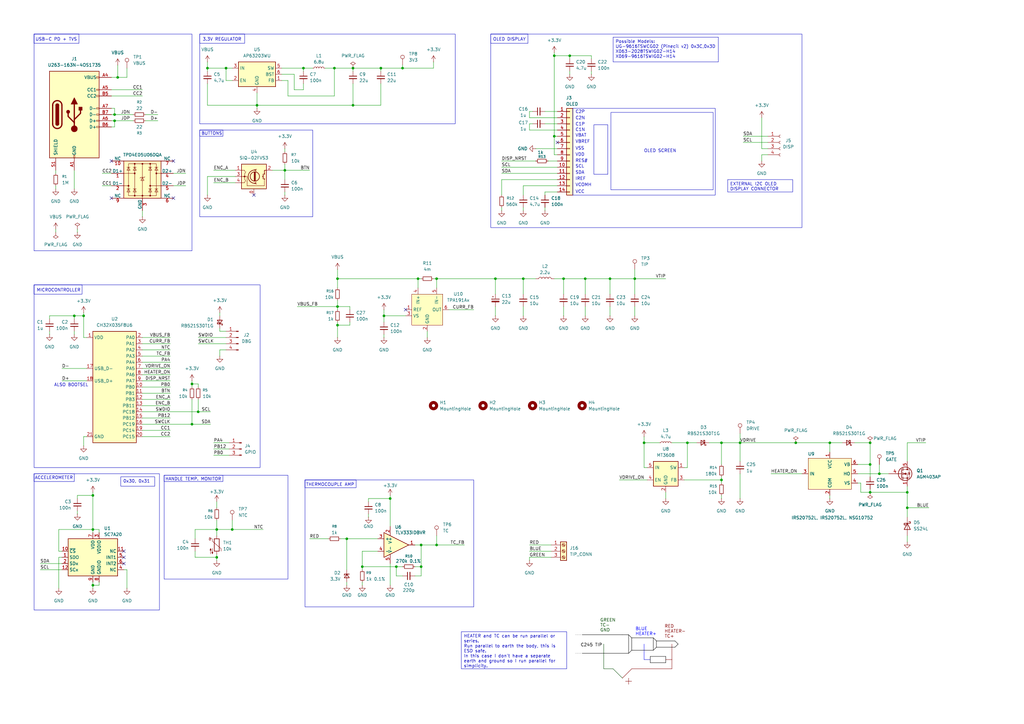
<source format=kicad_sch>
(kicad_sch
	(version 20250114)
	(generator "eeschema")
	(generator_version "9.0")
	(uuid "7095b018-eac3-4b01-b374-28e3216c4fd8")
	(paper "A3")
	
	(rectangle
		(start 13.97 194.31)
		(end 65.405 250.19)
		(stroke
			(width 0)
			(type default)
		)
		(fill
			(type none)
		)
		(uuid 25f66d05-38b5-4a17-99c1-8cad2c92cd3e)
	)
	(rectangle
		(start 13.97 13.97)
		(end 78.74 102.87)
		(stroke
			(width 0)
			(type default)
		)
		(fill
			(type none)
		)
		(uuid 34cfca7f-b72a-4261-a704-f33e6bc4b279)
	)
	(rectangle
		(start 13.97 194.31)
		(end 30.48 197.485)
		(stroke
			(width 0)
			(type default)
		)
		(fill
			(type none)
		)
		(uuid 37b1d202-d0af-4356-9cea-c5377ffdf5c6)
	)
	(rectangle
		(start 125.095 196.85)
		(end 146.05 200.025)
		(stroke
			(width 0)
			(type default)
		)
		(fill
			(type none)
		)
		(uuid 411456a7-808a-4a99-b2e7-4b00b0660778)
	)
	(rectangle
		(start 81.915 53.34)
		(end 91.44 55.88)
		(stroke
			(width 0)
			(type default)
		)
		(fill
			(type none)
		)
		(uuid 51756553-69aa-4f9f-a31a-a60fa2c78053)
	)
	(rectangle
		(start 13.97 116.84)
		(end 33.655 120.65)
		(stroke
			(width 0)
			(type default)
		)
		(fill
			(type none)
		)
		(uuid 7d5ee34c-3c30-4116-b034-575f8f5cbca0)
	)
	(rectangle
		(start 81.915 53.34)
		(end 128.27 88.9)
		(stroke
			(width 0)
			(type default)
		)
		(fill
			(type none)
		)
		(uuid 9c119ec4-7162-4594-9de4-9af2e8ac3469)
	)
	(rectangle
		(start 81.915 13.97)
		(end 100.33 17.78)
		(stroke
			(width 0)
			(type default)
		)
		(fill
			(type none)
		)
		(uuid 9d5c2b83-1ad1-4eb5-9c00-115d7cfbb819)
	)
	(rectangle
		(start 125.095 196.85)
		(end 194.31 248.92)
		(stroke
			(width 0)
			(type default)
		)
		(fill
			(type none)
		)
		(uuid a57dfd79-f7b7-44cf-be58-21e0757161fa)
	)
	(rectangle
		(start 13.97 116.84)
		(end 106.68 191.77)
		(stroke
			(width 0)
			(type default)
		)
		(fill
			(type none)
		)
		(uuid a66c837f-d550-4ad5-b67a-1a34b6eaed03)
	)
	(rectangle
		(start 250.571 46.101)
		(end 292.481 77.851)
		(stroke
			(width 0)
			(type default)
		)
		(fill
			(type none)
		)
		(uuid b323df54-646c-4c42-ac5d-c702f5da28df)
	)
	(rectangle
		(start 13.97 13.97)
		(end 32.385 17.78)
		(stroke
			(width 0)
			(type default)
		)
		(fill
			(type none)
		)
		(uuid b41c86f7-a703-4da7-9c7c-3d6f2dbdab0b)
	)
	(rectangle
		(start 67.31 194.945)
		(end 91.44 197.485)
		(stroke
			(width 0)
			(type default)
		)
		(fill
			(type none)
		)
		(uuid b798fff3-5d10-4e4c-948c-461a0845de52)
	)
	(rectangle
		(start 234.95 44.45)
		(end 293.37 80.01)
		(stroke
			(width 0)
			(type default)
		)
		(fill
			(type none)
		)
		(uuid c7ed09f4-c5b0-447c-8527-2fd1a9942fc7)
	)
	(rectangle
		(start 201.295 13.97)
		(end 328.93 93.345)
		(stroke
			(width 0)
			(type default)
		)
		(fill
			(type none)
		)
		(uuid c86b0301-7b25-4d55-b6bd-bf1af0f3ea13)
	)
	(rectangle
		(start 243.586 51.181)
		(end 249.301 71.501)
		(stroke
			(width 0)
			(type default)
		)
		(fill
			(type none)
		)
		(uuid cc173c2c-4802-4b85-8dc1-c0ed1e2586ae)
	)
	(rectangle
		(start 81.915 13.97)
		(end 186.69 50.8)
		(stroke
			(width 0)
			(type default)
		)
		(fill
			(type none)
		)
		(uuid d5e44070-3c31-4662-9265-15546dcb33a9)
	)
	(rectangle
		(start 67.31 194.945)
		(end 118.11 237.49)
		(stroke
			(width 0)
			(type default)
		)
		(fill
			(type none)
		)
		(uuid dc78faa3-7706-462b-aff1-ea2259b8957d)
	)
	(rectangle
		(start 201.295 13.97)
		(end 216.535 17.78)
		(stroke
			(width 0)
			(type default)
		)
		(fill
			(type none)
		)
		(uuid df873f2f-b2dc-4231-b391-da9722f3ee43)
	)
	(text "RED\nHEATER-\nTC+"
		(exclude_from_sim no)
		(at 272.542 259.08 0)
		(effects
			(font
				(size 1.27 1.27)
				(color 132 0 0 1)
			)
			(justify left)
		)
		(uuid "074f802c-7871-4a94-9d0f-a3c07209b08e")
	)
	(text "3.3V REGULATOR"
		(exclude_from_sim no)
		(at 83.058 16.256 0)
		(effects
			(font
				(size 1.27 1.27)
			)
			(justify left)
		)
		(uuid "270c64e9-acc9-4bdf-adf9-51e85a7cfae3")
	)
	(text "C2N"
		(exclude_from_sim no)
		(at 235.966 48.514 0)
		(effects
			(font
				(size 1.27 1.27)
			)
			(justify left)
		)
		(uuid "303735e4-f194-4e97-9ddd-7741146e5965")
	)
	(text "ALSO BOOTSEL"
		(exclude_from_sim no)
		(at 29.21 157.988 0)
		(effects
			(font
				(size 1.27 1.27)
			)
		)
		(uuid "328f7ca8-0456-42ac-ba25-bf6b79263d00")
	)
	(text "USB-C PD + TVS"
		(exclude_from_sim no)
		(at 14.478 16.256 0)
		(effects
			(font
				(size 1.27 1.27)
			)
			(justify left)
		)
		(uuid "3b53ae36-2320-46df-8526-8d2b0e4cd267")
	)
	(text "BUTTONS"
		(exclude_from_sim no)
		(at 82.55 54.864 0)
		(effects
			(font
				(size 1.27 1.27)
			)
			(justify left)
		)
		(uuid "4ff0d853-92f6-4f02-aa33-1f252be5ef75")
	)
	(text "SCL"
		(exclude_from_sim no)
		(at 235.966 68.326 0)
		(effects
			(font
				(size 1.27 1.27)
			)
			(justify left)
		)
		(uuid "63c62cf3-4266-478a-9f68-199034fe5d8b")
	)
	(text "RES#"
		(exclude_from_sim no)
		(at 235.966 66.04 0)
		(effects
			(font
				(size 1.27 1.27)
			)
			(justify left)
		)
		(uuid "6ce3c0b9-bb73-4f4d-8996-df06398c02e3")
	)
	(text "C1P"
		(exclude_from_sim no)
		(at 235.966 51.054 0)
		(effects
			(font
				(size 1.27 1.27)
			)
			(justify left)
		)
		(uuid "6d196f00-fda4-408a-b16f-63e268646b7a")
	)
	(text "ACCELEROMETER"
		(exclude_from_sim no)
		(at 22.098 196.088 0)
		(effects
			(font
				(size 1.27 1.27)
			)
		)
		(uuid "6d3cce01-49eb-4036-848c-880563d726ff")
	)
	(text "IREF"
		(exclude_from_sim no)
		(at 235.966 73.406 0)
		(effects
			(font
				(size 1.27 1.27)
			)
			(justify left)
		)
		(uuid "78269562-db7d-4f9c-9409-11de08793bfa")
	)
	(text "BLUE\nHEATER+"
		(exclude_from_sim no)
		(at 260.604 259.08 0)
		(effects
			(font
				(size 1.27 1.27)
				(color 0 0 255 1)
			)
			(justify left)
		)
		(uuid "7cd917a9-991f-405e-b4ad-1658a33b6480")
	)
	(text "C1N"
		(exclude_from_sim no)
		(at 235.966 53.34 0)
		(effects
			(font
				(size 1.27 1.27)
			)
			(justify left)
		)
		(uuid "86eaf89d-7735-48bc-8adf-2c6d7e1c9267")
	)
	(text "C2P"
		(exclude_from_sim no)
		(at 235.966 45.974 0)
		(effects
			(font
				(size 1.27 1.27)
			)
			(justify left)
		)
		(uuid "88767c22-62f5-491f-8191-e622ce50d549")
	)
	(text "VDD"
		(exclude_from_sim no)
		(at 235.966 63.5 0)
		(effects
			(font
				(size 1.27 1.27)
			)
			(justify left)
		)
		(uuid "98ea20d6-f789-4c9a-9d2d-ddf9c4e55ce3")
	)
	(text "HANDLE TEMP. MONITOR"
		(exclude_from_sim no)
		(at 79.248 196.596 0)
		(effects
			(font
				(size 1.27 1.27)
			)
		)
		(uuid "9cf9be48-0da6-4698-b802-905b4321ec7e")
	)
	(text "OLED SCREEN"
		(exclude_from_sim no)
		(at 270.764 61.976 0)
		(effects
			(font
				(size 1.27 1.27)
			)
		)
		(uuid "a7d4d929-dbaa-411d-a847-37e4617db2b8")
	)
	(text "VCC"
		(exclude_from_sim no)
		(at 235.966 78.74 0)
		(effects
			(font
				(size 1.27 1.27)
			)
			(justify left)
		)
		(uuid "c0b5be38-ee7a-4c62-b666-9455a24b9bdf")
	)
	(text "SDA"
		(exclude_from_sim no)
		(at 235.966 70.866 0)
		(effects
			(font
				(size 1.27 1.27)
			)
			(justify left)
		)
		(uuid "d1f23843-c159-4734-816f-e3ebdc7225d4")
	)
	(text "VBREF"
		(exclude_from_sim no)
		(at 235.966 58.166 0)
		(effects
			(font
				(size 1.27 1.27)
			)
			(justify left)
		)
		(uuid "dc92fbc2-eb7d-47ac-891e-6de1528c9506")
	)
	(text "OLED DISPLAY"
		(exclude_from_sim no)
		(at 202.184 16.256 0)
		(effects
			(font
				(size 1.27 1.27)
			)
			(justify left)
		)
		(uuid "e1182865-9cf6-484e-b369-4d8124243a24")
	)
	(text "VBAT"
		(exclude_from_sim no)
		(at 235.966 55.626 0)
		(effects
			(font
				(size 1.27 1.27)
			)
			(justify left)
		)
		(uuid "e5136794-6a5a-4728-b4d0-e47266a8ec2c")
	)
	(text "VSS"
		(exclude_from_sim no)
		(at 235.966 60.96 0)
		(effects
			(font
				(size 1.27 1.27)
			)
			(justify left)
		)
		(uuid "e5277a5c-1568-43ec-ab65-5c403a9ddad3")
	)
	(text "VCOMH"
		(exclude_from_sim no)
		(at 235.966 75.946 0)
		(effects
			(font
				(size 1.27 1.27)
			)
			(justify left)
		)
		(uuid "e677c7ab-e79d-4a1c-8a88-4a56ca5d6b79")
	)
	(text "THERMOCOUPLE AMP"
		(exclude_from_sim no)
		(at 135.382 198.882 0)
		(effects
			(font
				(size 1.27 1.27)
			)
		)
		(uuid "e865e2d4-df9a-47d7-8bc3-1d543675c813")
	)
	(text "MICROCONTROLLER"
		(exclude_from_sim no)
		(at 14.986 119.126 0)
		(effects
			(font
				(size 1.27 1.27)
			)
			(justify left)
		)
		(uuid "f4202bbd-17db-406a-9b6f-417fe43fdaab")
	)
	(text "C245 TIP"
		(exclude_from_sim no)
		(at 242.57 264.668 0)
		(effects
			(font
				(size 1.27 1.27)
				(color 0 0 0 1)
			)
		)
		(uuid "f5ebd9e6-7e85-4295-b1df-1fb1b0a60676")
	)
	(text "GREEN\nTC-\nGND"
		(exclude_from_sim no)
		(at 246.126 256.54 0)
		(effects
			(font
				(size 1.27 1.27)
				(color 0 72 0 1)
			)
			(justify left)
		)
		(uuid "fe22e110-b1c7-4e37-9dd2-ed4186183ab8")
	)
	(text_box "0x30, 0x31"
		(exclude_from_sim no)
		(at 49.53 195.58 0)
		(size 13.97 3.81)
		(margins 0.9525 0.9525 0.9525 0.9525)
		(stroke
			(width 0)
			(type solid)
		)
		(fill
			(type none)
		)
		(effects
			(font
				(size 1.27 1.27)
			)
			(justify left top)
		)
		(uuid "1c71f755-8c6a-46e5-9d91-8a816c1bdfae")
	)
	(text_box "EXTERNAL I2C OLED DISPLAY CONNECTOR"
		(exclude_from_sim no)
		(at 298.45 73.66 0)
		(size 26.67 5.08)
		(margins 0.9525 0.9525 0.9525 0.9525)
		(stroke
			(width 0)
			(type solid)
		)
		(fill
			(type none)
		)
		(effects
			(font
				(size 1.27 1.27)
			)
			(justify left top)
		)
		(uuid "4601eec6-3591-49d5-9b05-bbe6c60ab3cd")
	)
	(text_box "Possible Models:\nUG-9616TSWCG02 (Pinecil v2) 0x3C,0x3D\nX063-2028TSWIG02-H14\nX069-9616TSWIG02-H14"
		(exclude_from_sim no)
		(at 251.46 15.24 0)
		(size 43.18 10.16)
		(margins 0.9525 0.9525 0.9525 0.9525)
		(stroke
			(width 0)
			(type solid)
		)
		(fill
			(type none)
		)
		(effects
			(font
				(size 1.27 1.27)
			)
			(justify left top)
		)
		(uuid "aff1d92e-7948-41af-95d4-eec0b0d11729")
	)
	(text_box "HEATER and TC can be run parallel or series.\nRun parallel to earth the body, this is ESD safe.\nIn this case I don't have a separate earth and ground so I run parallel for simplicity."
		(exclude_from_sim no)
		(at 189.23 259.08 0)
		(size 43.18 15.24)
		(margins 0.9525 0.9525 0.9525 0.9525)
		(stroke
			(width 0)
			(type solid)
		)
		(fill
			(type none)
		)
		(effects
			(font
				(size 1.27 1.27)
			)
			(justify left top)
		)
		(uuid "f24e07f6-dab3-4874-a162-57756a4a0cb0")
	)
	(junction
		(at 326.39 181.61)
		(diameter 0)
		(color 0 0 0 0)
		(uuid "00837693-68bd-4254-8ab8-9c575bcd32d7")
	)
	(junction
		(at 81.28 168.91)
		(diameter 0)
		(color 0 0 0 0)
		(uuid "0376124e-fe7a-4814-987e-238a633a55c8")
	)
	(junction
		(at 179.07 223.52)
		(diameter 0)
		(color 0 0 0 0)
		(uuid "0628d189-e617-49e6-8e01-f0af2bfc08da")
	)
	(junction
		(at 281.94 181.61)
		(diameter 0)
		(color 0 0 0 0)
		(uuid "07d79252-3cfe-49d3-a697-b5180f951c75")
	)
	(junction
		(at 124.46 27.94)
		(diameter 0)
		(color 0 0 0 0)
		(uuid "0acd8611-5527-40f7-90a3-5c60d1adc1d0")
	)
	(junction
		(at 138.43 133.35)
		(diameter 0)
		(color 0 0 0 0)
		(uuid "1cc02911-1848-4e9d-94b1-d121cf2bbb06")
	)
	(junction
		(at 144.78 43.18)
		(diameter 0)
		(color 0 0 0 0)
		(uuid "22311b9f-04cf-44b4-b81a-9a2eee7d9814")
	)
	(junction
		(at 38.1 203.2)
		(diameter 0)
		(color 0 0 0 0)
		(uuid "223830ef-994b-458e-bef0-ec2a62ab1d6c")
	)
	(junction
		(at 356.87 201.93)
		(diameter 0)
		(color 0 0 0 0)
		(uuid "253e7a83-9b7c-4d4c-b8d1-7fbacce38609")
	)
	(junction
		(at 48.26 31.75)
		(diameter 0)
		(color 0 0 0 0)
		(uuid "2f314b8e-91bd-4e16-b2bc-2dca55d3cea3")
	)
	(junction
		(at 372.11 201.93)
		(diameter 0)
		(color 0 0 0 0)
		(uuid "3b65a788-4b4c-437e-96e5-165c51a854a4")
	)
	(junction
		(at 160.02 204.47)
		(diameter 0)
		(color 0 0 0 0)
		(uuid "3f9bcc33-18ad-48ec-8047-f514eddb9bd3")
	)
	(junction
		(at 95.25 217.17)
		(diameter 0)
		(color 0 0 0 0)
		(uuid "4002a57d-972e-46d6-a78f-15b2559a959f")
	)
	(junction
		(at 372.11 208.28)
		(diameter 0)
		(color 0 0 0 0)
		(uuid "40073d49-3f44-4af7-a787-657ab510a928")
	)
	(junction
		(at 340.36 181.61)
		(diameter 0)
		(color 0 0 0 0)
		(uuid "4022ea02-a839-4e77-8442-99daabad0cb4")
	)
	(junction
		(at 356.87 190.5)
		(diameter 0)
		(color 0 0 0 0)
		(uuid "45cd84fd-2fd0-4481-9f27-779c4e05a620")
	)
	(junction
		(at 179.07 114.3)
		(diameter 0)
		(color 0 0 0 0)
		(uuid "46039780-f37a-4857-9985-227da9262a05")
	)
	(junction
		(at 148.59 232.41)
		(diameter 0)
		(color 0 0 0 0)
		(uuid "4793f579-9960-4fea-a983-16516b9a6a74")
	)
	(junction
		(at 30.48 129.54)
		(diameter 0)
		(color 0 0 0 0)
		(uuid "4a00e859-a3fe-467b-8ce9-def1b4a6bc1d")
	)
	(junction
		(at 264.16 181.61)
		(diameter 0)
		(color 0 0 0 0)
		(uuid "4c2788f8-2f3d-4c09-bf35-9265ddb84f5d")
	)
	(junction
		(at 137.16 27.94)
		(diameter 0)
		(color 0 0 0 0)
		(uuid "4e457d4d-37fd-4b51-a420-85ebb8dc04c5")
	)
	(junction
		(at 46.99 49.53)
		(diameter 0)
		(color 0 0 0 0)
		(uuid "5e8d1cf7-167e-4030-9f28-7c115ea5395b")
	)
	(junction
		(at 227.33 55.88)
		(diameter 0)
		(color 0 0 0 0)
		(uuid "5fbb3de9-86ee-49ad-a284-eb55f1cc692a")
	)
	(junction
		(at 360.68 194.31)
		(diameter 0)
		(color 0 0 0 0)
		(uuid "66c4d9ef-771e-41b1-986d-6915bd81ba87")
	)
	(junction
		(at 171.45 114.3)
		(diameter 0)
		(color 0 0 0 0)
		(uuid "701d791e-a6db-4572-a9ca-ab10215c23b7")
	)
	(junction
		(at 233.68 22.86)
		(diameter 0)
		(color 0 0 0 0)
		(uuid "73b54f8a-8892-4f5c-ad2f-0a2e6cc384c3")
	)
	(junction
		(at 34.29 129.54)
		(diameter 0)
		(color 0 0 0 0)
		(uuid "7463436f-e839-4ea2-a4bf-81f122061b20")
	)
	(junction
		(at 250.19 114.3)
		(diameter 0)
		(color 0 0 0 0)
		(uuid "74be8234-d464-4c0b-8cd5-92ab042ed197")
	)
	(junction
		(at 162.56 232.41)
		(diameter 0)
		(color 0 0 0 0)
		(uuid "77d052f3-f174-4ac4-b7f3-74fd8cd4f0e2")
	)
	(junction
		(at 78.74 157.48)
		(diameter 0)
		(color 0 0 0 0)
		(uuid "81607e46-ed60-4e7b-900a-af756b50d9d4")
	)
	(junction
		(at 295.91 181.61)
		(diameter 0)
		(color 0 0 0 0)
		(uuid "81928cab-d290-47f7-99c7-9c8f417d4c4e")
	)
	(junction
		(at 260.35 114.3)
		(diameter 0)
		(color 0 0 0 0)
		(uuid "855762b6-ba6e-4668-b374-45a266a9df5c")
	)
	(junction
		(at 356.87 181.61)
		(diameter 0)
		(color 0 0 0 0)
		(uuid "866164ce-25ec-4289-a2cf-7099883dea86")
	)
	(junction
		(at 172.72 232.41)
		(diameter 0)
		(color 0 0 0 0)
		(uuid "879d8513-8c12-4c71-805b-cfd0566ce6a8")
	)
	(junction
		(at 231.14 114.3)
		(diameter 0)
		(color 0 0 0 0)
		(uuid "8b64755e-064f-4e1f-acff-0c6da6bf1748")
	)
	(junction
		(at 138.43 114.3)
		(diameter 0)
		(color 0 0 0 0)
		(uuid "8f601858-1bde-4148-a79e-5fba57dba519")
	)
	(junction
		(at 227.33 22.86)
		(diameter 0)
		(color 0 0 0 0)
		(uuid "9531702c-c6a6-4297-8a10-64a5c6fc90b3")
	)
	(junction
		(at 214.63 114.3)
		(diameter 0)
		(color 0 0 0 0)
		(uuid "99470547-74e3-435a-aafe-b4ae68d1294d")
	)
	(junction
		(at 88.9 228.6)
		(diameter 0)
		(color 0 0 0 0)
		(uuid "9ba723fb-78b5-4d72-ae3c-94d59ceb7ba3")
	)
	(junction
		(at 172.72 223.52)
		(diameter 0)
		(color 0 0 0 0)
		(uuid "aff6f7cf-f995-4965-9b70-2f6e1afd3257")
	)
	(junction
		(at 157.48 129.54)
		(diameter 0)
		(color 0 0 0 0)
		(uuid "b9bb1fb4-fcee-40f0-b79e-a4daa1738f4b")
	)
	(junction
		(at 203.2 114.3)
		(diameter 0)
		(color 0 0 0 0)
		(uuid "bd622f08-db3a-4046-921d-58baf4c7d1bc")
	)
	(junction
		(at 142.24 220.98)
		(diameter 0)
		(color 0 0 0 0)
		(uuid "be519101-b7e2-4e85-bc0c-866a0a6fdb77")
	)
	(junction
		(at 88.9 217.17)
		(diameter 0)
		(color 0 0 0 0)
		(uuid "c4f19431-f823-4a18-902b-e25529b1c304")
	)
	(junction
		(at 156.21 27.94)
		(diameter 0)
		(color 0 0 0 0)
		(uuid "caa23b1a-fb60-423d-84ed-a4ec6bda7dc1")
	)
	(junction
		(at 78.74 173.99)
		(diameter 0)
		(color 0 0 0 0)
		(uuid "cb369bbe-c983-4f03-86f5-9ab8b3b58edd")
	)
	(junction
		(at 116.84 69.85)
		(diameter 0)
		(color 0 0 0 0)
		(uuid "cbfb9910-a9c3-4d1d-beaf-ad4934f7e32e")
	)
	(junction
		(at 295.91 196.85)
		(diameter 0)
		(color 0 0 0 0)
		(uuid "cc109a5d-bdf8-421c-800f-f4fb1ea8fcea")
	)
	(junction
		(at 105.41 43.18)
		(diameter 0)
		(color 0 0 0 0)
		(uuid "d049456d-20ee-4308-a384-c295c5fb64a1")
	)
	(junction
		(at 38.1 240.03)
		(diameter 0)
		(color 0 0 0 0)
		(uuid "d3c0ec6c-e13a-496a-ad1c-ba60afc46b96")
	)
	(junction
		(at 46.99 46.99)
		(diameter 0)
		(color 0 0 0 0)
		(uuid "d3cb3929-1383-43bf-9aa0-8d6179547879")
	)
	(junction
		(at 144.78 27.94)
		(diameter 0)
		(color 0 0 0 0)
		(uuid "d5fd0359-f76b-4cc1-9ea5-8682bade4542")
	)
	(junction
		(at 138.43 125.73)
		(diameter 0)
		(color 0 0 0 0)
		(uuid "de7c9a1b-0dea-4f00-8b41-6a7e06edef45")
	)
	(junction
		(at 165.1 27.94)
		(diameter 0)
		(color 0 0 0 0)
		(uuid "e1417cbc-3f5e-4fbf-9e5f-6dd5f49a833c")
	)
	(junction
		(at 38.1 217.17)
		(diameter 0)
		(color 0 0 0 0)
		(uuid "e18bde3c-0611-43e2-8458-23023e1703d3")
	)
	(junction
		(at 240.03 114.3)
		(diameter 0)
		(color 0 0 0 0)
		(uuid "e446b87b-dd2b-4e7f-9dbd-f1689a8c2a13")
	)
	(junction
		(at 303.53 181.61)
		(diameter 0)
		(color 0 0 0 0)
		(uuid "e5115188-7348-4d7f-9464-18609567d3fc")
	)
	(junction
		(at 92.71 27.94)
		(diameter 0)
		(color 0 0 0 0)
		(uuid "e80bc681-7695-43f3-a2bd-d411c7e86409")
	)
	(junction
		(at 85.09 27.94)
		(diameter 0)
		(color 0 0 0 0)
		(uuid "f1df4cab-d95d-4e21-b204-cc5686c3ccd2")
	)
	(no_connect
		(at 50.8 228.6)
		(uuid "12b81ef0-4fba-4b2f-98fa-a2180c0447e2")
	)
	(no_connect
		(at 50.8 231.14)
		(uuid "2b4977a8-0f21-4fec-84e4-4c603e997be4")
	)
	(no_connect
		(at 71.12 81.28)
		(uuid "46b4ccbc-24ab-4899-8505-9a1bc9336197")
	)
	(no_connect
		(at 45.72 66.04)
		(uuid "613b3790-5218-413f-a343-e26aa4ea4b95")
	)
	(no_connect
		(at 228.6 58.42)
		(uuid "8d801d13-32fe-4e34-8cc5-b8a86a497023")
	)
	(no_connect
		(at 166.37 127)
		(uuid "a42c7cee-9406-453b-a4ce-baa18e06586f")
	)
	(no_connect
		(at 45.72 81.28)
		(uuid "c9b41e3a-80a4-4410-be4c-91975e86700a")
	)
	(no_connect
		(at 104.14 80.01)
		(uuid "d8cbb7b8-f348-43ed-b12a-7c884625729d")
	)
	(no_connect
		(at 71.12 66.04)
		(uuid "e9fc4535-1911-4390-b5e2-c282d53c9319")
	)
	(no_connect
		(at 50.8 226.06)
		(uuid "eb0471e5-5852-410a-87ff-c81813b23343")
	)
	(wire
		(pts
			(xy 250.19 114.3) (xy 250.19 120.65)
		)
		(stroke
			(width 0)
			(type default)
		)
		(uuid "01019bf9-c94e-46c5-9440-886fbf1f7ac2")
	)
	(wire
		(pts
			(xy 175.26 135.89) (xy 175.26 138.43)
		)
		(stroke
			(width 0)
			(type default)
		)
		(uuid "01fe4a0c-0512-40b8-b048-31d73d618a84")
	)
	(polyline
		(pts
			(xy 269.24 265.43) (xy 267.97 266.7)
		)
		(stroke
			(width 0)
			(type default)
			(color 0 0 0 1)
		)
		(uuid "026bb0ed-6072-40a3-95a7-f0b0e5bb9f80")
	)
	(wire
		(pts
			(xy 177.8 25.4) (xy 177.8 27.94)
		)
		(stroke
			(width 0)
			(type default)
		)
		(uuid "0280334b-627a-4233-a676-012a207d9298")
	)
	(wire
		(pts
			(xy 314.96 60.96) (xy 312.42 60.96)
		)
		(stroke
			(width 0)
			(type default)
		)
		(uuid "03842c5a-86c8-43a6-8e2e-a23b06776dce")
	)
	(wire
		(pts
			(xy 24.13 228.6) (xy 25.4 228.6)
		)
		(stroke
			(width 0)
			(type default)
		)
		(uuid "03f9526b-c252-4cea-a8ec-81306ff6df76")
	)
	(wire
		(pts
			(xy 41.91 76.2) (xy 45.72 76.2)
		)
		(stroke
			(width 0)
			(type default)
		)
		(uuid "057a48eb-9b1d-42a5-bf44-6985b9321748")
	)
	(wire
		(pts
			(xy 227.33 55.88) (xy 228.6 55.88)
		)
		(stroke
			(width 0)
			(type default)
		)
		(uuid "06a39b25-e5c0-48bf-8f66-6ff9e46efda7")
	)
	(polyline
		(pts
			(xy 275.59 270.51) (xy 273.05 270.51)
		)
		(stroke
			(width 0)
			(type solid)
			(color 132 0 0 1)
		)
		(uuid "07b98816-3d51-4f72-b198-7c04ddd02a60")
	)
	(wire
		(pts
			(xy 281.94 181.61) (xy 281.94 191.77)
		)
		(stroke
			(width 0)
			(type default)
		)
		(uuid "08ca60c2-d79a-4019-861d-7c88280594b9")
	)
	(wire
		(pts
			(xy 16.51 233.68) (xy 25.4 233.68)
		)
		(stroke
			(width 0)
			(type default)
		)
		(uuid "093a4bfc-aabd-4586-948a-1580d9afeffa")
	)
	(wire
		(pts
			(xy 45.72 36.83) (xy 58.42 36.83)
		)
		(stroke
			(width 0)
			(type default)
		)
		(uuid "098337dc-d67f-4f92-9e59-aa0530495823")
	)
	(wire
		(pts
			(xy 351.79 190.5) (xy 356.87 190.5)
		)
		(stroke
			(width 0)
			(type default)
		)
		(uuid "0991fc57-c77d-4d8b-a7f5-93559a71531e")
	)
	(wire
		(pts
			(xy 265.43 191.77) (xy 264.16 191.77)
		)
		(stroke
			(width 0)
			(type default)
		)
		(uuid "0bdd0dd3-1438-4145-a164-7482936ecc91")
	)
	(polyline
		(pts
			(xy 236.22 260.35) (xy 238.76 260.35)
		)
		(stroke
			(width 0)
			(type dot)
			(color 0 0 0 1)
		)
		(uuid "0bebbeb1-bed0-4084-8b40-7ac03a835cd7")
	)
	(wire
		(pts
			(xy 340.36 203.2) (xy 340.36 204.47)
		)
		(stroke
			(width 0)
			(type default)
		)
		(uuid "0c9fa1d8-a413-4dad-b1e6-53724d6877dc")
	)
	(wire
		(pts
			(xy 356.87 200.66) (xy 356.87 201.93)
		)
		(stroke
			(width 0)
			(type default)
		)
		(uuid "0d1d8e67-44be-4e93-8637-8b77df712344")
	)
	(wire
		(pts
			(xy 85.09 34.29) (xy 85.09 43.18)
		)
		(stroke
			(width 0)
			(type default)
		)
		(uuid "0d1da041-1604-484f-8588-64418e6780df")
	)
	(wire
		(pts
			(xy 264.16 179.07) (xy 264.16 181.61)
		)
		(stroke
			(width 0)
			(type default)
		)
		(uuid "0d6f32d5-98ad-41ed-b781-51035ba32ce2")
	)
	(polyline
		(pts
			(xy 266.7 269.24) (xy 266.7 271.78)
		)
		(stroke
			(width 0)
			(type solid)
			(color 0 0 0 1)
		)
		(uuid "0e087217-7caf-4ae9-80d3-cf5e99ccbd9c")
	)
	(wire
		(pts
			(xy 78.74 157.48) (xy 81.28 157.48)
		)
		(stroke
			(width 0)
			(type default)
		)
		(uuid "0e2e8ef7-9967-4f2a-a391-35d57131fb71")
	)
	(wire
		(pts
			(xy 80.01 217.17) (xy 88.9 217.17)
		)
		(stroke
			(width 0)
			(type default)
		)
		(uuid "0f8627da-dc1e-4504-acfc-120e3647c5b5")
	)
	(wire
		(pts
			(xy 214.63 85.09) (xy 214.63 86.36)
		)
		(stroke
			(width 0)
			(type default)
		)
		(uuid "0fdf5b0f-14a7-4ff5-aee8-91dcf3e80430")
	)
	(polyline
		(pts
			(xy 276.86 262.89) (xy 278.13 264.16)
		)
		(stroke
			(width 0)
			(type default)
			(color 0 0 0 1)
		)
		(uuid "0ffc5971-b130-492f-a7ea-ccd3781d517b")
	)
	(wire
		(pts
			(xy 303.53 189.23) (xy 303.53 181.61)
		)
		(stroke
			(width 0)
			(type default)
		)
		(uuid "1213dcc9-1528-4b78-b712-6cdbea454856")
	)
	(wire
		(pts
			(xy 171.45 114.3) (xy 171.45 118.11)
		)
		(stroke
			(width 0)
			(type default)
		)
		(uuid "1273a66c-e18c-4e73-a180-d042a86b02a5")
	)
	(wire
		(pts
			(xy 148.59 232.41) (xy 148.59 226.06)
		)
		(stroke
			(width 0)
			(type default)
		)
		(uuid "12f02fb2-28a7-4766-ae13-424545151178")
	)
	(wire
		(pts
			(xy 314.96 63.5) (xy 312.42 63.5)
		)
		(stroke
			(width 0)
			(type default)
		)
		(uuid "135a5403-fc39-4e32-bdbe-f1bc6a7928ee")
	)
	(wire
		(pts
			(xy 148.59 232.41) (xy 162.56 232.41)
		)
		(stroke
			(width 0)
			(type default)
		)
		(uuid "13e7537a-edd6-43d5-8bb0-f6eb3d491016")
	)
	(wire
		(pts
			(xy 172.72 232.41) (xy 172.72 223.52)
		)
		(stroke
			(width 0)
			(type default)
		)
		(uuid "1427c6b1-5293-499b-9663-f54121cc8ca4")
	)
	(wire
		(pts
			(xy 58.42 146.05) (xy 69.85 146.05)
		)
		(stroke
			(width 0)
			(type default)
		)
		(uuid "152a5c54-b2a9-40eb-a43b-a0108b21647d")
	)
	(wire
		(pts
			(xy 87.63 69.85) (xy 96.52 69.85)
		)
		(stroke
			(width 0)
			(type default)
		)
		(uuid "15d75b7e-53c1-4b3b-bead-3e9845084cb1")
	)
	(wire
		(pts
			(xy 179.07 219.71) (xy 179.07 223.52)
		)
		(stroke
			(width 0)
			(type default)
		)
		(uuid "15df7bad-ee2a-4921-9d90-5b9bd5ed5bc2")
	)
	(wire
		(pts
			(xy 203.2 114.3) (xy 214.63 114.3)
		)
		(stroke
			(width 0)
			(type default)
		)
		(uuid "160924b9-71b2-497e-afa5-3fa032761b8c")
	)
	(wire
		(pts
			(xy 160.02 203.2) (xy 160.02 204.47)
		)
		(stroke
			(width 0)
			(type default)
		)
		(uuid "16a235b6-6479-41c3-934b-5990cd87fafe")
	)
	(wire
		(pts
			(xy 227.33 55.88) (xy 227.33 63.5)
		)
		(stroke
			(width 0)
			(type default)
		)
		(uuid "16a6ad92-1a6b-4d2b-93f1-5652f5947dbb")
	)
	(wire
		(pts
			(xy 45.72 52.07) (xy 46.99 52.07)
		)
		(stroke
			(width 0)
			(type default)
		)
		(uuid "18438b3a-827e-4972-b4d2-e39627126fd2")
	)
	(polyline
		(pts
			(xy 255.27 260.35) (xy 257.81 260.35)
		)
		(stroke
			(width 0)
			(type default)
			(color 0 0 0 1)
		)
		(uuid "185695dd-6d7c-4a99-817d-9d7e560e285b")
	)
	(wire
		(pts
			(xy 58.42 153.67) (xy 69.85 153.67)
		)
		(stroke
			(width 0)
			(type default)
		)
		(uuid "185cc638-609c-4acf-9a83-434d47f9bece")
	)
	(wire
		(pts
			(xy 303.53 181.61) (xy 295.91 181.61)
		)
		(stroke
			(width 0)
			(type default)
		)
		(uuid "18853170-98c0-4142-a886-9b88272679cd")
	)
	(wire
		(pts
			(xy 264.16 191.77) (xy 264.16 181.61)
		)
		(stroke
			(width 0)
			(type default)
		)
		(uuid "19c2bb4e-b6a2-428b-b46d-e50a0b5d9ad9")
	)
	(wire
		(pts
			(xy 138.43 114.3) (xy 171.45 114.3)
		)
		(stroke
			(width 0)
			(type default)
		)
		(uuid "1aaa32b1-904d-4ff4-b933-589833e5847d")
	)
	(wire
		(pts
			(xy 90.17 135.89) (xy 92.71 135.89)
		)
		(stroke
			(width 0)
			(type default)
		)
		(uuid "1b5db70b-c75a-47b9-9005-1a033afb345d")
	)
	(wire
		(pts
			(xy 356.87 201.93) (xy 372.11 201.93)
		)
		(stroke
			(width 0)
			(type default)
		)
		(uuid "1b77d230-b149-4ebc-9500-892f807d9feb")
	)
	(wire
		(pts
			(xy 80.01 228.6) (xy 80.01 226.06)
		)
		(stroke
			(width 0)
			(type default)
		)
		(uuid "1b9cd177-a46a-4a5a-81a3-e55bb87811dd")
	)
	(polyline
		(pts
			(xy 264.16 264.16) (xy 264.16 270.51)
		)
		(stroke
			(width 0)
			(type solid)
			(color 0 0 255 1)
		)
		(uuid "1ba11ea6-79fc-470e-8095-8fd6d151a60b")
	)
	(wire
		(pts
			(xy 24.13 226.06) (xy 24.13 217.17)
		)
		(stroke
			(width 0)
			(type default)
		)
		(uuid "1c166601-d1f1-4dcf-81f6-af70e0a8c0df")
	)
	(wire
		(pts
			(xy 58.42 166.37) (xy 69.85 166.37)
		)
		(stroke
			(width 0)
			(type default)
		)
		(uuid "1c31a3a0-71be-4869-aecb-fe7720f70370")
	)
	(wire
		(pts
			(xy 214.63 125.73) (xy 214.63 129.54)
		)
		(stroke
			(width 0)
			(type default)
		)
		(uuid "1cdb49d6-e828-4a8b-a2bc-2a9374af56ed")
	)
	(polyline
		(pts
			(xy 247.65 264.16) (xy 247.65 274.32)
		)
		(stroke
			(width 0)
			(type solid)
			(color 0 72 0 1)
		)
		(uuid "1d759bc9-3b87-4396-975b-76eb784a4ee5")
	)
	(wire
		(pts
			(xy 214.63 114.3) (xy 219.71 114.3)
		)
		(stroke
			(width 0)
			(type default)
		)
		(uuid "1d9c458a-8492-41ed-a2aa-d735f07b95cf")
	)
	(wire
		(pts
			(xy 95.25 27.94) (xy 92.71 27.94)
		)
		(stroke
			(width 0)
			(type default)
		)
		(uuid "202f5003-0a48-4fcb-962b-eb5d0b2eea8c")
	)
	(wire
		(pts
			(xy 214.63 114.3) (xy 214.63 120.65)
		)
		(stroke
			(width 0)
			(type default)
		)
		(uuid "21e02397-be46-4ce1-86f0-c87b0ef9b9f7")
	)
	(wire
		(pts
			(xy 105.41 43.18) (xy 144.78 43.18)
		)
		(stroke
			(width 0)
			(type default)
		)
		(uuid "228d2b28-0e5e-4a0f-9a64-60ca034456d5")
	)
	(wire
		(pts
			(xy 22.86 69.85) (xy 22.86 71.12)
		)
		(stroke
			(width 0)
			(type default)
		)
		(uuid "22ceb097-bc74-4764-aecd-0b980944d711")
	)
	(wire
		(pts
			(xy 184.15 127) (xy 194.31 127)
		)
		(stroke
			(width 0)
			(type default)
		)
		(uuid "24e35c1f-5d65-4567-90c6-a7ca38bd65dc")
	)
	(wire
		(pts
			(xy 157.48 137.16) (xy 157.48 138.43)
		)
		(stroke
			(width 0)
			(type default)
		)
		(uuid "28baad5a-473f-4907-b12c-e42c14d11fde")
	)
	(wire
		(pts
			(xy 165.1 236.22) (xy 162.56 236.22)
		)
		(stroke
			(width 0)
			(type default)
		)
		(uuid "28f9a714-ce47-4a87-9eba-39a2e1e51e21")
	)
	(wire
		(pts
			(xy 137.16 39.37) (xy 118.11 39.37)
		)
		(stroke
			(width 0)
			(type default)
		)
		(uuid "296133f5-2a32-47e9-994c-67f3c4c032fa")
	)
	(polyline
		(pts
			(xy 275.59 264.16) (xy 275.59 270.51)
		)
		(stroke
			(width 0)
			(type solid)
			(color 132 0 0 1)
		)
		(uuid "2986f712-090f-47d7-9d1c-d91842ebf259")
	)
	(wire
		(pts
			(xy 46.99 44.45) (xy 46.99 46.99)
		)
		(stroke
			(width 0)
			(type default)
		)
		(uuid "2b6c7f04-a093-4524-90eb-496f9f787527")
	)
	(polyline
		(pts
			(xy 273.05 270.51) (xy 273.05 269.24)
		)
		(stroke
			(width 0)
			(type solid)
			(color 0 0 0 1)
		)
		(uuid "2c47bba1-b584-4271-bdfb-c24c01ea95ec")
	)
	(wire
		(pts
			(xy 205.74 73.66) (xy 205.74 80.01)
		)
		(stroke
			(width 0)
			(type default)
		)
		(uuid "2c6750b6-74c7-4d32-8f14-8af4353a5366")
	)
	(wire
		(pts
			(xy 105.41 43.18) (xy 105.41 44.45)
		)
		(stroke
			(width 0)
			(type default)
		)
		(uuid "2caf9a90-c3fc-4061-b393-2a0dec203c07")
	)
	(wire
		(pts
			(xy 165.1 27.94) (xy 156.21 27.94)
		)
		(stroke
			(width 0)
			(type default)
		)
		(uuid "2d187708-14d1-4b14-97da-655569780a1e")
	)
	(wire
		(pts
			(xy 52.07 27.94) (xy 52.07 31.75)
		)
		(stroke
			(width 0)
			(type default)
		)
		(uuid "2df3d32d-311c-47e3-a442-3ee8979c7d9e")
	)
	(wire
		(pts
			(xy 144.78 43.18) (xy 156.21 43.18)
		)
		(stroke
			(width 0)
			(type default)
		)
		(uuid "2e8bc53e-95b2-4423-886b-bfb2eecd08b4")
	)
	(wire
		(pts
			(xy 45.72 31.75) (xy 48.26 31.75)
		)
		(stroke
			(width 0)
			(type default)
		)
		(uuid "2f68ac55-2ae3-4fdc-bcfb-21f448f1abfc")
	)
	(wire
		(pts
			(xy 88.9 217.17) (xy 95.25 217.17)
		)
		(stroke
			(width 0)
			(type default)
		)
		(uuid "2f7c8f4f-5718-4ee6-b598-55a2c858af33")
	)
	(wire
		(pts
			(xy 38.1 201.93) (xy 38.1 203.2)
		)
		(stroke
			(width 0)
			(type default)
		)
		(uuid "2ff8f590-a0dd-4986-b523-e06c9b3827a0")
	)
	(polyline
		(pts
			(xy 259.08 261.62) (xy 259.08 266.7)
		)
		(stroke
			(width 0)
			(type default)
			(color 0 0 0 1)
		)
		(uuid "2ffefb90-6206-45ca-b57b-84bd29cfce39")
	)
	(wire
		(pts
			(xy 303.53 181.61) (xy 326.39 181.61)
		)
		(stroke
			(width 0)
			(type default)
		)
		(uuid "30582172-f069-4a5c-98a5-78a219f57280")
	)
	(polyline
		(pts
			(xy 266.7 261.62) (xy 267.97 261.62)
		)
		(stroke
			(width 0)
			(type default)
			(color 0 0 0 1)
		)
		(uuid "30fd122b-5121-4a83-88df-f8bbacf354a5")
	)
	(wire
		(pts
			(xy 360.68 190.5) (xy 360.68 194.31)
		)
		(stroke
			(width 0)
			(type default)
		)
		(uuid "319832c8-88e9-49b7-9f52-f03223444310")
	)
	(wire
		(pts
			(xy 58.42 179.07) (xy 69.85 179.07)
		)
		(stroke
			(width 0)
			(type default)
		)
		(uuid "31a5a27a-16db-4a49-a5fb-95805556c18e")
	)
	(wire
		(pts
			(xy 124.46 36.83) (xy 120.65 36.83)
		)
		(stroke
			(width 0)
			(type default)
		)
		(uuid "326fcbeb-6568-414a-bae2-3482d5ca26c6")
	)
	(wire
		(pts
			(xy 31.75 204.47) (xy 31.75 203.2)
		)
		(stroke
			(width 0)
			(type default)
		)
		(uuid "34170387-03a3-4d7d-9f6a-9db512b2f47f")
	)
	(wire
		(pts
			(xy 38.1 203.2) (xy 38.1 217.17)
		)
		(stroke
			(width 0)
			(type default)
		)
		(uuid "35471a9a-1159-4acb-bd51-1f7248a7d096")
	)
	(wire
		(pts
			(xy 92.71 27.94) (xy 85.09 27.94)
		)
		(stroke
			(width 0)
			(type default)
		)
		(uuid "35fc1e6c-2319-48d6-b1ef-3f4c892dc210")
	)
	(wire
		(pts
			(xy 142.24 220.98) (xy 154.94 220.98)
		)
		(stroke
			(width 0)
			(type default)
		)
		(uuid "36f53756-61b8-4225-b3bf-fa4d238d3b1c")
	)
	(wire
		(pts
			(xy 34.29 129.54) (xy 34.29 138.43)
		)
		(stroke
			(width 0)
			(type default)
		)
		(uuid "37760e84-34f3-4903-8420-24fbe82cc7d6")
	)
	(polyline
		(pts
			(xy 257.81 275.59) (xy 255.27 278.13)
		)
		(stroke
			(width 0)
			(type solid)
			(color 132 0 0 1)
		)
		(uuid "37ebe191-502b-4008-ade9-750ab2ba02d7")
	)
	(wire
		(pts
			(xy 85.09 27.94) (xy 85.09 29.21)
		)
		(stroke
			(width 0)
			(type default)
		)
		(uuid "3855a61f-666e-4706-aff6-2793b5d48fb3")
	)
	(wire
		(pts
			(xy 58.42 86.36) (xy 58.42 88.9)
		)
		(stroke
			(width 0)
			(type default)
		)
		(uuid "3884bd08-970a-4525-a7ae-3d118eacfc46")
	)
	(wire
		(pts
			(xy 156.21 29.21) (xy 156.21 27.94)
		)
		(stroke
			(width 0)
			(type default)
		)
		(uuid "3be291d1-3abb-48c6-8d25-0c043a9fcb68")
	)
	(wire
		(pts
			(xy 228.6 53.34) (xy 217.17 53.34)
		)
		(stroke
			(width 0)
			(type default)
		)
		(uuid "3cc74a2e-0fe8-421a-b5ee-daa8e8b3a712")
	)
	(wire
		(pts
			(xy 81.28 158.75) (xy 81.28 157.48)
		)
		(stroke
			(width 0)
			(type default)
		)
		(uuid "3e0b80ea-981d-44ea-98ef-2a7e6f6c8ed9")
	)
	(wire
		(pts
			(xy 224.79 66.04) (xy 228.6 66.04)
		)
		(stroke
			(width 0)
			(type default)
		)
		(uuid "3e7e3e9e-2270-4d22-887c-ad05a3264519")
	)
	(wire
		(pts
			(xy 304.8 55.88) (xy 314.96 55.88)
		)
		(stroke
			(width 0)
			(type default)
		)
		(uuid "3f07dcbe-05e3-41ff-be16-8ec7f5d053da")
	)
	(wire
		(pts
			(xy 59.69 49.53) (xy 64.77 49.53)
		)
		(stroke
			(width 0)
			(type default)
		)
		(uuid "3fb95421-59f4-497f-8b94-8962c1179ed1")
	)
	(wire
		(pts
			(xy 20.32 129.54) (xy 30.48 129.54)
		)
		(stroke
			(width 0)
			(type default)
		)
		(uuid "40920f53-5818-408c-bc37-08872dc5c2db")
	)
	(wire
		(pts
			(xy 240.03 114.3) (xy 250.19 114.3)
		)
		(stroke
			(width 0)
			(type default)
		)
		(uuid "40a99504-58e3-4348-9507-ca226b6e34ba")
	)
	(wire
		(pts
			(xy 52.07 233.68) (xy 52.07 241.3)
		)
		(stroke
			(width 0)
			(type default)
		)
		(uuid "40b028e4-52bf-4d41-b4ef-331b7c9a978e")
	)
	(wire
		(pts
			(xy 143.51 125.73) (xy 138.43 125.73)
		)
		(stroke
			(width 0)
			(type default)
		)
		(uuid "4226437f-de78-416b-b2c4-11e960abc203")
	)
	(wire
		(pts
			(xy 142.24 238.76) (xy 142.24 240.03)
		)
		(stroke
			(width 0)
			(type default)
		)
		(uuid "43271041-c5c8-412c-bfdd-5618a8d6f936")
	)
	(wire
		(pts
			(xy 50.8 233.68) (xy 52.07 233.68)
		)
		(stroke
			(width 0)
			(type default)
		)
		(uuid "435771e7-7406-4d64-854d-386effbd573f")
	)
	(wire
		(pts
			(xy 350.52 181.61) (xy 356.87 181.61)
		)
		(stroke
			(width 0)
			(type default)
		)
		(uuid "43bc359c-fbc5-42f0-9eb9-e197be54c3b7")
	)
	(wire
		(pts
			(xy 203.2 125.73) (xy 203.2 129.54)
		)
		(stroke
			(width 0)
			(type default)
		)
		(uuid "441ff4a3-f859-423e-b7b8-38e180e5fb28")
	)
	(wire
		(pts
			(xy 45.72 39.37) (xy 58.42 39.37)
		)
		(stroke
			(width 0)
			(type default)
		)
		(uuid "44f9df40-5b32-48e7-b548-a32438cf0dfd")
	)
	(wire
		(pts
			(xy 85.09 43.18) (xy 105.41 43.18)
		)
		(stroke
			(width 0)
			(type default)
		)
		(uuid "4565d69f-09cb-47a5-b4c9-ecffd44c036a")
	)
	(wire
		(pts
			(xy 233.68 29.21) (xy 233.68 30.48)
		)
		(stroke
			(width 0)
			(type default)
		)
		(uuid "46dd8646-50ac-4ac6-9c60-c9a27d511d5f")
	)
	(wire
		(pts
			(xy 46.99 46.99) (xy 54.61 46.99)
		)
		(stroke
			(width 0)
			(type default)
		)
		(uuid "477f52c3-2d50-4858-b854-31927f0e8c86")
	)
	(wire
		(pts
			(xy 254 196.85) (xy 265.43 196.85)
		)
		(stroke
			(width 0)
			(type default)
		)
		(uuid "49f27579-6d42-4b75-821c-07e9cd3dd8c3")
	)
	(wire
		(pts
			(xy 58.42 168.91) (xy 81.28 168.91)
		)
		(stroke
			(width 0)
			(type default)
		)
		(uuid "4b4a165d-6c8d-46da-937d-81a3f22e7c24")
	)
	(wire
		(pts
			(xy 223.52 78.74) (xy 223.52 80.01)
		)
		(stroke
			(width 0)
			(type default)
		)
		(uuid "4be25685-095f-4656-b86d-69637547dd3b")
	)
	(wire
		(pts
			(xy 87.63 184.15) (xy 93.98 184.15)
		)
		(stroke
			(width 0)
			(type default)
		)
		(uuid "4df040de-03fb-417a-a907-eaf23c8c0153")
	)
	(wire
		(pts
			(xy 171.45 114.3) (xy 172.72 114.3)
		)
		(stroke
			(width 0)
			(type default)
		)
		(uuid "4eb7eb79-ca16-4ace-b199-bcc76271bf37")
	)
	(wire
		(pts
			(xy 118.11 33.02) (xy 115.57 33.02)
		)
		(stroke
			(width 0)
			(type default)
		)
		(uuid "4f4b934f-7d9e-412b-a153-41f1a475441a")
	)
	(wire
		(pts
			(xy 356.87 195.58) (xy 356.87 190.5)
		)
		(stroke
			(width 0)
			(type default)
		)
		(uuid "50105f6a-2056-4e3f-82d2-91660983096a")
	)
	(wire
		(pts
			(xy 156.21 34.29) (xy 156.21 43.18)
		)
		(stroke
			(width 0)
			(type default)
		)
		(uuid "507295aa-769d-4e4c-bb64-5cef23014ec1")
	)
	(wire
		(pts
			(xy 233.68 22.86) (xy 242.57 22.86)
		)
		(stroke
			(width 0)
			(type default)
		)
		(uuid "50f5870c-dfc9-4c5e-8373-f3177df46256")
	)
	(wire
		(pts
			(xy 139.7 220.98) (xy 142.24 220.98)
		)
		(stroke
			(width 0)
			(type default)
		)
		(uuid "526aab1b-2e86-46aa-a2ed-11f7074eac6c")
	)
	(wire
		(pts
			(xy 162.56 236.22) (xy 162.56 232.41)
		)
		(stroke
			(width 0)
			(type default)
		)
		(uuid "52b05445-eba3-468e-a8e4-7f5fee37bfa3")
	)
	(wire
		(pts
			(xy 58.42 171.45) (xy 69.85 171.45)
		)
		(stroke
			(width 0)
			(type default)
		)
		(uuid "5351f334-f80a-431c-891a-73cd9907815f")
	)
	(wire
		(pts
			(xy 205.74 66.04) (xy 219.71 66.04)
		)
		(stroke
			(width 0)
			(type default)
		)
		(uuid "540bbf13-80aa-48fb-9f7d-839a09a5e5d1")
	)
	(wire
		(pts
			(xy 228.6 73.66) (xy 205.74 73.66)
		)
		(stroke
			(width 0)
			(type default)
		)
		(uuid "5441edd1-fe7e-4fc1-8c5a-7afde3fde38f")
	)
	(wire
		(pts
			(xy 217.17 53.34) (xy 217.17 50.8)
		)
		(stroke
			(width 0)
			(type default)
		)
		(uuid "55888b6b-83fa-452a-ac63-f7c4165439be")
	)
	(wire
		(pts
			(xy 40.64 217.17) (xy 38.1 217.17)
		)
		(stroke
			(width 0)
			(type default)
		)
		(uuid "56c01bcc-786b-47f7-8417-e078665f707d")
	)
	(wire
		(pts
			(xy 45.72 49.53) (xy 46.99 49.53)
		)
		(stroke
			(width 0)
			(type default)
		)
		(uuid "58311d62-5209-4668-8c0a-0688eaefff65")
	)
	(wire
		(pts
			(xy 280.67 191.77) (xy 281.94 191.77)
		)
		(stroke
			(width 0)
			(type default)
		)
		(uuid "58f700b7-37c3-4310-b500-1cda82d09e21")
	)
	(wire
		(pts
			(xy 78.74 173.99) (xy 86.36 173.99)
		)
		(stroke
			(width 0)
			(type default)
		)
		(uuid "58fb1b17-d555-4729-889e-8c7151b03c6b")
	)
	(wire
		(pts
			(xy 90.17 134.62) (xy 90.17 135.89)
		)
		(stroke
			(width 0)
			(type default)
		)
		(uuid "5901917b-5e24-494f-95e5-da8316175cef")
	)
	(wire
		(pts
			(xy 88.9 213.36) (xy 88.9 217.17)
		)
		(stroke
			(width 0)
			(type default)
		)
		(uuid "5a3922d9-3d11-4830-a9ff-b85b38ae2a3e")
	)
	(wire
		(pts
			(xy 172.72 223.52) (xy 170.18 223.52)
		)
		(stroke
			(width 0)
			(type default)
		)
		(uuid "5bc55678-cc1b-41c6-993b-a76fa6e6464d")
	)
	(wire
		(pts
			(xy 78.74 163.83) (xy 78.74 173.99)
		)
		(stroke
			(width 0)
			(type default)
		)
		(uuid "5bd12bca-db6a-4a52-915d-91f8b9bdf35c")
	)
	(wire
		(pts
			(xy 58.42 151.13) (xy 69.85 151.13)
		)
		(stroke
			(width 0)
			(type default)
		)
		(uuid "5c1e8120-e4de-4d75-9341-62a75d8b27c3")
	)
	(polyline
		(pts
			(xy 256.54 279.4) (xy 259.08 279.4)
		)
		(stroke
			(width 0)
			(type solid)
			(color 132 0 0 1)
		)
		(uuid "5d7ceb27-03b2-45e1-b362-398a759c5376")
	)
	(wire
		(pts
			(xy 116.84 69.85) (xy 127 69.85)
		)
		(stroke
			(width 0)
			(type default)
		)
		(uuid "5e03bf3a-c59e-4898-85ee-e53976447119")
	)
	(wire
		(pts
			(xy 31.75 210.82) (xy 31.75 209.55)
		)
		(stroke
			(width 0)
			(type default)
		)
		(uuid "5e2073e8-74bc-4c16-ab3f-14cc657e4caf")
	)
	(wire
		(pts
			(xy 31.75 93.98) (xy 31.75 95.25)
		)
		(stroke
			(width 0)
			(type default)
		)
		(uuid "5fc7002c-30aa-4fce-b12e-77acff85c4d9")
	)
	(wire
		(pts
			(xy 30.48 69.85) (xy 30.48 77.47)
		)
		(stroke
			(width 0)
			(type default)
		)
		(uuid "60ebfe2a-283b-49d8-a3ea-22439dc77e00")
	)
	(wire
		(pts
			(xy 85.09 72.39) (xy 85.09 80.01)
		)
		(stroke
			(width 0)
			(type default)
		)
		(uuid "60f900e6-87c2-479a-904e-f71e35757fbe")
	)
	(wire
		(pts
			(xy 118.11 39.37) (xy 118.11 33.02)
		)
		(stroke
			(width 0)
			(type default)
		)
		(uuid "61200c40-d0fe-4545-9bab-84dfe13b8dc8")
	)
	(wire
		(pts
			(xy 16.51 231.14) (xy 25.4 231.14)
		)
		(stroke
			(width 0)
			(type default)
		)
		(uuid "614acc5a-4cf6-4c10-a747-b1df3dda8ff6")
	)
	(wire
		(pts
			(xy 304.8 58.42) (xy 314.96 58.42)
		)
		(stroke
			(width 0)
			(type default)
		)
		(uuid "6165d136-9108-4db3-b513-83193b2dfb5a")
	)
	(wire
		(pts
			(xy 165.1 232.41) (xy 162.56 232.41)
		)
		(stroke
			(width 0)
			(type default)
		)
		(uuid "61f8d715-a3cd-4601-8d26-cb542f53ba57")
	)
	(wire
		(pts
			(xy 81.28 168.91) (xy 86.36 168.91)
		)
		(stroke
			(width 0)
			(type default)
		)
		(uuid "62306eb0-07e1-4428-a61f-9f92776b885b")
	)
	(wire
		(pts
			(xy 312.42 48.26) (xy 312.42 60.96)
		)
		(stroke
			(width 0)
			(type default)
		)
		(uuid "63330be7-4f81-4d63-a1d0-eea4bce048f0")
	)
	(wire
		(pts
			(xy 58.42 163.83) (xy 69.85 163.83)
		)
		(stroke
			(width 0)
			(type default)
		)
		(uuid "642d3b9f-9732-4877-9fa9-a9ab8e68b763")
	)
	(wire
		(pts
			(xy 88.9 217.17) (xy 88.9 219.71)
		)
		(stroke
			(width 0)
			(type default)
		)
		(uuid "64d3d207-db7e-4856-a751-f068e5cf3811")
	)
	(wire
		(pts
			(xy 372.11 181.61) (xy 379.73 181.61)
		)
		(stroke
			(width 0)
			(type default)
		)
		(uuid "6619eb20-c745-47e4-a15f-9e83bc728cd6")
	)
	(wire
		(pts
			(xy 30.48 129.54) (xy 34.29 129.54)
		)
		(stroke
			(width 0)
			(type default)
		)
		(uuid "671acd07-7133-4d26-be93-462c70885ce2")
	)
	(wire
		(pts
			(xy 250.19 114.3) (xy 260.35 114.3)
		)
		(stroke
			(width 0)
			(type default)
		)
		(uuid "679232cf-780c-441e-9236-30bf85b52205")
	)
	(polyline
		(pts
			(xy 259.08 266.7) (xy 267.97 266.7)
		)
		(stroke
			(width 0)
			(type default)
			(color 0 0 0 1)
		)
		(uuid "67e20805-8c7b-4c36-8572-cfbec29bb0e7")
	)
	(wire
		(pts
			(xy 24.13 217.17) (xy 38.1 217.17)
		)
		(stroke
			(width 0)
			(type default)
		)
		(uuid "686912c6-f978-42ba-ae6f-51830c2c2afa")
	)
	(wire
		(pts
			(xy 127 220.98) (xy 134.62 220.98)
		)
		(stroke
			(width 0)
			(type default)
		)
		(uuid "6877e51c-f850-4d92-8c67-038d3df6cb8e")
	)
	(wire
		(pts
			(xy 170.18 232.41) (xy 172.72 232.41)
		)
		(stroke
			(width 0)
			(type default)
		)
		(uuid "68a50ccc-1d89-40bb-8a14-99387f9c146f")
	)
	(wire
		(pts
			(xy 240.03 114.3) (xy 240.03 120.65)
		)
		(stroke
			(width 0)
			(type default)
		)
		(uuid "69fa5584-047a-43a9-9f64-0f19385eeb4b")
	)
	(wire
		(pts
			(xy 170.18 236.22) (xy 172.72 236.22)
		)
		(stroke
			(width 0)
			(type default)
		)
		(uuid "6ab9b9bb-4e97-4ed2-ba2d-d26db0add8fe")
	)
	(wire
		(pts
			(xy 124.46 27.94) (xy 124.46 29.21)
		)
		(stroke
			(width 0)
			(type default)
		)
		(uuid "6b2cc09f-85f9-44c3-90b1-d76f6aea9e17")
	)
	(wire
		(pts
			(xy 58.42 161.29) (xy 69.85 161.29)
		)
		(stroke
			(width 0)
			(type default)
		)
		(uuid "6b7860e6-c1b4-4006-9bda-be6baf859e32")
	)
	(polyline
		(pts
			(xy 251.46 274.32) (xy 255.27 278.13)
		)
		(stroke
			(width 0)
			(type solid)
			(color 0 72 0 1)
		)
		(uuid "6b79f3ba-ca06-4eda-abdf-dba2c7cc97af")
	)
	(wire
		(pts
			(xy 52.07 31.75) (xy 48.26 31.75)
		)
		(stroke
			(width 0)
			(type default)
		)
		(uuid "6ba4b8eb-f9aa-4b92-ae56-02bc476ba506")
	)
	(wire
		(pts
			(xy 58.42 140.97) (xy 69.85 140.97)
		)
		(stroke
			(width 0)
			(type default)
		)
		(uuid "6dcab80a-9bc0-48f6-9e43-95a0db1fa832")
	)
	(wire
		(pts
			(xy 81.28 163.83) (xy 81.28 168.91)
		)
		(stroke
			(width 0)
			(type default)
		)
		(uuid "6e3afe4c-64af-49c5-b0d5-6c69b34e836e")
	)
	(wire
		(pts
			(xy 71.12 71.12) (xy 76.2 71.12)
		)
		(stroke
			(width 0)
			(type default)
		)
		(uuid "6e8184e3-feb1-4a07-9950-4b7fed300aa3")
	)
	(wire
		(pts
			(xy 275.59 181.61) (xy 281.94 181.61)
		)
		(stroke
			(width 0)
			(type default)
		)
		(uuid "6ebecb53-0e69-43e1-ade9-d92d54eb191b")
	)
	(wire
		(pts
			(xy 38.1 240.03) (xy 40.64 240.03)
		)
		(stroke
			(width 0)
			(type default)
		)
		(uuid "6f7c7049-27c4-4d37-8f0f-bf8db1973b0c")
	)
	(wire
		(pts
			(xy 38.1 238.76) (xy 38.1 240.03)
		)
		(stroke
			(width 0)
			(type default)
		)
		(uuid "6fe4d7ed-c537-4a7b-9044-0f1e36bf3f61")
	)
	(wire
		(pts
			(xy 281.94 181.61) (xy 285.75 181.61)
		)
		(stroke
			(width 0)
			(type default)
		)
		(uuid "70a7fbfa-ba28-44ca-a409-26af197d975c")
	)
	(wire
		(pts
			(xy 372.11 199.39) (xy 372.11 201.93)
		)
		(stroke
			(width 0)
			(type default)
		)
		(uuid "70c17d6b-c28c-4b68-a272-161153ffa130")
	)
	(wire
		(pts
			(xy 38.1 240.03) (xy 38.1 241.3)
		)
		(stroke
			(width 0)
			(type default)
		)
		(uuid "712b6bf0-76d9-46ea-9980-61eb1a4be18b")
	)
	(wire
		(pts
			(xy 144.78 27.94) (xy 156.21 27.94)
		)
		(stroke
			(width 0)
			(type default)
		)
		(uuid "72346772-6ab0-40a2-af2f-54f4ad2dc679")
	)
	(wire
		(pts
			(xy 372.11 208.28) (xy 372.11 212.09)
		)
		(stroke
			(width 0)
			(type default)
		)
		(uuid "72568848-c2d9-4567-a12c-3f864b5e3ac1")
	)
	(wire
		(pts
			(xy 219.71 60.96) (xy 228.6 60.96)
		)
		(stroke
			(width 0)
			(type default)
		)
		(uuid "73449969-0eac-498f-b335-e5a07a59a742")
	)
	(wire
		(pts
			(xy 240.03 125.73) (xy 240.03 129.54)
		)
		(stroke
			(width 0)
			(type default)
		)
		(uuid "74216789-070b-4a27-a62f-aa03437cd010")
	)
	(wire
		(pts
			(xy 250.19 125.73) (xy 250.19 129.54)
		)
		(stroke
			(width 0)
			(type default)
		)
		(uuid "748307bf-1556-4f8c-a807-ae2c06cfac9c")
	)
	(polyline
		(pts
			(xy 269.24 262.89) (xy 276.86 262.89)
		)
		(stroke
			(width 0)
			(type default)
			(color 0 0 0 1)
		)
		(uuid "7562d150-0de2-4d3e-96fe-d1a1fa322831")
	)
	(wire
		(pts
			(xy 217.17 228.6) (xy 226.06 228.6)
		)
		(stroke
			(width 0)
			(type default)
		)
		(uuid "7650fcf2-dc3b-43d8-b456-1a8cfdae0ff1")
	)
	(polyline
		(pts
			(xy 257.81 260.35) (xy 257.81 267.97)
		)
		(stroke
			(width 0)
			(type default)
			(color 0 0 0 1)
		)
		(uuid "76deab11-97b5-4a42-bf54-4a7023b68f78")
	)
	(wire
		(pts
			(xy 372.11 208.28) (xy 381 208.28)
		)
		(stroke
			(width 0)
			(type default)
		)
		(uuid "797be516-3f54-40bb-9e16-96458244cb9b")
	)
	(wire
		(pts
			(xy 40.64 238.76) (xy 40.64 240.03)
		)
		(stroke
			(width 0)
			(type default)
		)
		(uuid "7a9d56f4-3284-4497-bfd6-e7c5efd306f3")
	)
	(wire
		(pts
			(xy 24.13 241.3) (xy 24.13 228.6)
		)
		(stroke
			(width 0)
			(type default)
		)
		(uuid "7ae1744f-79d6-4454-83e6-233a2c316fd9")
	)
	(wire
		(pts
			(xy 46.99 52.07) (xy 46.99 49.53)
		)
		(stroke
			(width 0)
			(type default)
		)
		(uuid "7b43b79b-7973-410e-a5fd-5c15f09efbcb")
	)
	(wire
		(pts
			(xy 115.57 27.94) (xy 124.46 27.94)
		)
		(stroke
			(width 0)
			(type default)
		)
		(uuid "7bb4f50a-c062-4c2f-819c-5bcdc59c99d6")
	)
	(wire
		(pts
			(xy 233.68 22.86) (xy 227.33 22.86)
		)
		(stroke
			(width 0)
			(type default)
		)
		(uuid "7bd4966d-938f-4200-9b08-302ea25ee25a")
	)
	(wire
		(pts
			(xy 326.39 181.61) (xy 340.36 181.61)
		)
		(stroke
			(width 0)
			(type default)
		)
		(uuid "7c49fa65-e38a-4ce3-bd6b-c6e0ac2ba9ec")
	)
	(polyline
		(pts
			(xy 269.24 262.89) (xy 269.24 265.43)
		)
		(stroke
			(width 0)
			(type default)
			(color 0 0 0 1)
		)
		(uuid "7cfb4994-2bd5-4567-8027-3915ac01be12")
	)
	(polyline
		(pts
			(xy 247.65 274.32) (xy 251.46 274.32)
		)
		(stroke
			(width 0)
			(type solid)
			(color 0 72 0 1)
		)
		(uuid "7dde94dc-55d6-484b-b21e-0dcf133c1d18")
	)
	(wire
		(pts
			(xy 360.68 194.31) (xy 364.49 194.31)
		)
		(stroke
			(width 0)
			(type default)
		)
		(uuid "7ed1e0f0-845f-4bfd-ad99-9af8c02a351d")
	)
	(wire
		(pts
			(xy 290.83 181.61) (xy 295.91 181.61)
		)
		(stroke
			(width 0)
			(type default)
		)
		(uuid "7f2fbea0-bed3-45fd-98d9-7033de1b3644")
	)
	(wire
		(pts
			(xy 120.65 36.83) (xy 120.65 30.48)
		)
		(stroke
			(width 0)
			(type default)
		)
		(uuid "7f65df16-a42c-4a8e-8dc7-b3d5fe966a9b")
	)
	(wire
		(pts
			(xy 88.9 229.87) (xy 88.9 228.6)
		)
		(stroke
			(width 0)
			(type default)
		)
		(uuid "80325da9-c77b-40fc-9219-be40b991b94f")
	)
	(wire
		(pts
			(xy 264.16 181.61) (xy 270.51 181.61)
		)
		(stroke
			(width 0)
			(type default)
		)
		(uuid "806a9e1f-6f98-4f7c-ad3a-937d40caee32")
	)
	(wire
		(pts
			(xy 22.86 76.2) (xy 22.86 77.47)
		)
		(stroke
			(width 0)
			(type default)
		)
		(uuid "813bdb8e-5a6c-43bb-b4a2-22afde741b3d")
	)
	(wire
		(pts
			(xy 143.51 132.08) (xy 143.51 133.35)
		)
		(stroke
			(width 0)
			(type default)
		)
		(uuid "81b4e261-af91-49cb-875c-928fc5485649")
	)
	(polyline
		(pts
			(xy 264.16 270.51) (xy 266.7 270.51)
		)
		(stroke
			(width 0)
			(type solid)
		)
		(uuid "83fa5c5a-8ac1-4539-aea1-6c0345b00844")
	)
	(wire
		(pts
			(xy 353.06 198.12) (xy 353.06 201.93)
		)
		(stroke
			(width 0)
			(type default)
		)
		(uuid "855659f5-e595-4990-866c-18b663e3edd1")
	)
	(wire
		(pts
			(xy 372.11 189.23) (xy 372.11 181.61)
		)
		(stroke
			(width 0)
			(type default)
		)
		(uuid "8748c048-e9eb-444b-92f8-46d2b4e02647")
	)
	(polyline
		(pts
			(xy 267.97 261.62) (xy 267.97 266.7)
		)
		(stroke
			(width 0)
			(type default)
			(color 0 0 0 1)
		)
		(uuid "8960de71-505e-492b-a51e-f290fc14105a")
	)
	(wire
		(pts
			(xy 372.11 201.93) (xy 372.11 208.28)
		)
		(stroke
			(width 0)
			(type default)
		)
		(uuid "8a1524ac-5fe9-487f-b9de-b873f48eccb9")
	)
	(polyline
		(pts
			(xy 278.13 264.16) (xy 276.86 265.43)
		)
		(stroke
			(width 0)
			(type default)
			(color 0 0 0 1)
		)
		(uuid "8b1caae8-bdc4-4749-9585-8df8ce487576")
	)
	(wire
		(pts
			(xy 217.17 50.8) (xy 218.44 50.8)
		)
		(stroke
			(width 0)
			(type default)
		)
		(uuid "8d90686a-1b7b-46d8-9605-35ef3a60e9b8")
	)
	(wire
		(pts
			(xy 143.51 133.35) (xy 138.43 133.35)
		)
		(stroke
			(width 0)
			(type default)
		)
		(uuid "8de61bab-82bb-4601-bd28-22013122daf4")
	)
	(wire
		(pts
			(xy 30.48 130.81) (xy 30.48 129.54)
		)
		(stroke
			(width 0)
			(type default)
		)
		(uuid "8e7d27bb-80ad-43b8-9676-0e63b90258a8")
	)
	(wire
		(pts
			(xy 87.63 74.93) (xy 96.52 74.93)
		)
		(stroke
			(width 0)
			(type default)
		)
		(uuid "8f620a20-04f5-444a-b2c2-da0a2422b473")
	)
	(polyline
		(pts
			(xy 266.7 271.78) (xy 273.05 271.78)
		)
		(stroke
			(width 0)
			(type solid)
			(color 0 0 0 1)
		)
		(uuid "8fb6bfad-0c6b-4b31-9a83-7e5dac6be231")
	)
	(wire
		(pts
			(xy 30.48 135.89) (xy 30.48 137.16)
		)
		(stroke
			(width 0)
			(type default)
		)
		(uuid "9006d618-c30c-491a-8f72-ec49e7c9a66f")
	)
	(polyline
		(pts
			(xy 259.08 261.62) (xy 266.7 261.62)
		)
		(stroke
			(width 0)
			(type default)
			(color 0 0 0 1)
		)
		(uuid "912dbe36-dbd7-47fa-93ec-ba8af6ddfe94")
	)
	(wire
		(pts
			(xy 217.17 45.72) (xy 218.44 45.72)
		)
		(stroke
			(width 0)
			(type default)
		)
		(uuid "91522e8c-e6c7-4820-b177-1697a23cc4c8")
	)
	(wire
		(pts
			(xy 78.74 157.48) (xy 78.74 158.75)
		)
		(stroke
			(width 0)
			(type default)
		)
		(uuid "91941d80-8659-4e26-bb31-3fcaedfa8a33")
	)
	(wire
		(pts
			(xy 233.68 24.13) (xy 233.68 22.86)
		)
		(stroke
			(width 0)
			(type default)
		)
		(uuid "923821ad-d0a6-40fa-a5a4-acd33f815f19")
	)
	(wire
		(pts
			(xy 85.09 25.4) (xy 85.09 27.94)
		)
		(stroke
			(width 0)
			(type default)
		)
		(uuid "94bd4779-feff-4524-a558-18575ee150a0")
	)
	(wire
		(pts
			(xy 223.52 45.72) (xy 228.6 45.72)
		)
		(stroke
			(width 0)
			(type default)
		)
		(uuid "94c24fe5-1b06-485b-90d1-b62bab0b44af")
	)
	(wire
		(pts
			(xy 90.17 143.51) (xy 90.17 146.05)
		)
		(stroke
			(width 0)
			(type default)
		)
		(uuid "95172df5-d932-418e-a9a6-9adc7908ebaf")
	)
	(wire
		(pts
			(xy 205.74 71.12) (xy 228.6 71.12)
		)
		(stroke
			(width 0)
			(type default)
		)
		(uuid "95babfc4-ef4d-4f35-beb0-b6e4d69bf7e2")
	)
	(wire
		(pts
			(xy 144.78 34.29) (xy 144.78 43.18)
		)
		(stroke
			(width 0)
			(type default)
		)
		(uuid "97917c1c-44e1-4b6c-a19f-20401fb3115f")
	)
	(wire
		(pts
			(xy 295.91 190.5) (xy 295.91 181.61)
		)
		(stroke
			(width 0)
			(type default)
		)
		(uuid "97d0d43a-0fc9-407e-a107-efd286ada07c")
	)
	(wire
		(pts
			(xy 179.07 114.3) (xy 179.07 118.11)
		)
		(stroke
			(width 0)
			(type default)
		)
		(uuid "98ac2a1c-43e0-4f01-a434-ccd10a30409a")
	)
	(polyline
		(pts
			(xy 236.22 267.97) (xy 238.76 267.97)
		)
		(stroke
			(width 0)
			(type dot)
			(color 0 0 0 1)
		)
		(uuid "99494987-c89c-4b3d-b25d-5a6ae2e404f9")
	)
	(wire
		(pts
			(xy 242.57 29.21) (xy 242.57 30.48)
		)
		(stroke
			(width 0)
			(type default)
		)
		(uuid "9d0bf35d-b4fa-42a2-826d-3e54553f6b83")
	)
	(wire
		(pts
			(xy 34.29 179.07) (xy 35.56 179.07)
		)
		(stroke
			(width 0)
			(type default)
		)
		(uuid "9f477f98-15a0-49c7-8951-52960250b57c")
	)
	(wire
		(pts
			(xy 312.42 63.5) (xy 312.42 66.04)
		)
		(stroke
			(width 0)
			(type default)
		)
		(uuid "a0004e14-a421-4f97-9078-02b7964cac5c")
	)
	(wire
		(pts
			(xy 217.17 48.26) (xy 217.17 45.72)
		)
		(stroke
			(width 0)
			(type default)
		)
		(uuid "a11449e6-61e6-4418-ae1f-73c2b59816d1")
	)
	(wire
		(pts
			(xy 96.52 72.39) (xy 85.09 72.39)
		)
		(stroke
			(width 0)
			(type default)
		)
		(uuid "a14ebd76-599c-4db5-b536-9a554cdcdd0f")
	)
	(wire
		(pts
			(xy 260.35 114.3) (xy 260.35 120.65)
		)
		(stroke
			(width 0)
			(type default)
		)
		(uuid "a2700375-1431-4ac8-95ea-d480959cc1fd")
	)
	(wire
		(pts
			(xy 295.91 196.85) (xy 295.91 198.12)
		)
		(stroke
			(width 0)
			(type default)
		)
		(uuid "a34815c9-620b-4246-852d-d7af5654a5e2")
	)
	(wire
		(pts
			(xy 124.46 34.29) (xy 124.46 36.83)
		)
		(stroke
			(width 0)
			(type default)
		)
		(uuid "a38135a1-b41e-4ddd-8c54-1bcb3cb2522d")
	)
	(wire
		(pts
			(xy 231.14 114.3) (xy 240.03 114.3)
		)
		(stroke
			(width 0)
			(type default)
		)
		(uuid "a397e9f9-2fb5-4649-8961-82dd54b2e397")
	)
	(wire
		(pts
			(xy 81.28 138.43) (xy 92.71 138.43)
		)
		(stroke
			(width 0)
			(type default)
		)
		(uuid "a4c5ccd3-caae-4546-96d5-fb56303529cd")
	)
	(wire
		(pts
			(xy 34.29 128.27) (xy 34.29 129.54)
		)
		(stroke
			(width 0)
			(type default)
		)
		(uuid "a4cf4c72-3fe5-4fa0-8bdf-949a075db372")
	)
	(wire
		(pts
			(xy 116.84 67.31) (xy 116.84 69.85)
		)
		(stroke
			(width 0)
			(type default)
		)
		(uuid "a66e2910-581f-4907-ab67-31588cf60c12")
	)
	(wire
		(pts
			(xy 116.84 78.74) (xy 116.84 80.01)
		)
		(stroke
			(width 0)
			(type default)
		)
		(uuid "a7ef5132-3821-4509-ad83-c6e349086a47")
	)
	(wire
		(pts
			(xy 138.43 133.35) (xy 138.43 138.43)
		)
		(stroke
			(width 0)
			(type default)
		)
		(uuid "a88dfb0e-4c70-404f-8f86-638dc87e7ec5")
	)
	(wire
		(pts
			(xy 260.35 114.3) (xy 273.05 114.3)
		)
		(stroke
			(width 0)
			(type default)
		)
		(uuid "a891ce5d-3ff4-4211-b39b-dc3e7f890766")
	)
	(wire
		(pts
			(xy 227.33 21.59) (xy 227.33 22.86)
		)
		(stroke
			(width 0)
			(type default)
		)
		(uuid "a8e2bf8c-0ed1-4f68-af4f-4cd8a2de34fb")
	)
	(wire
		(pts
			(xy 160.02 231.14) (xy 160.02 240.03)
		)
		(stroke
			(width 0)
			(type default)
		)
		(uuid "a9217c3a-213e-465a-8c47-b748481d7d12")
	)
	(wire
		(pts
			(xy 48.26 26.67) (xy 48.26 31.75)
		)
		(stroke
			(width 0)
			(type default)
		)
		(uuid "a9b78a6e-2537-4272-bcfd-2b65f930e8ac")
	)
	(wire
		(pts
			(xy 45.72 44.45) (xy 46.99 44.45)
		)
		(stroke
			(width 0)
			(type default)
		)
		(uuid "aa151d95-51c8-4587-b70d-3ec489040b17")
	)
	(wire
		(pts
			(xy 340.36 181.61) (xy 340.36 185.42)
		)
		(stroke
			(width 0)
			(type default)
		)
		(uuid "aa39eb36-3452-4928-86a1-dc7f64db3bc3")
	)
	(wire
		(pts
			(xy 58.42 158.75) (xy 69.85 158.75)
		)
		(stroke
			(width 0)
			(type default)
		)
		(uuid "abf5cd28-ee39-4b2b-8ac7-c5e157085562")
	)
	(wire
		(pts
			(xy 31.75 203.2) (xy 38.1 203.2)
		)
		(stroke
			(width 0)
			(type default)
		)
		(uuid "acc766ac-2abf-4151-8325-c8af464073b7")
	)
	(wire
		(pts
			(xy 124.46 27.94) (xy 128.27 27.94)
		)
		(stroke
			(width 0)
			(type default)
		)
		(uuid "aec2a481-d9ec-4d92-9ced-03bb5cf553d6")
	)
	(wire
		(pts
			(xy 143.51 127) (xy 143.51 125.73)
		)
		(stroke
			(width 0)
			(type default)
		)
		(uuid "afb64629-3325-4fa3-addd-2f26df30f8ad")
	)
	(polyline
		(pts
			(xy 273.05 269.24) (xy 266.7 269.24)
		)
		(stroke
			(width 0)
			(type solid)
			(color 0 0 0 1)
		)
		(uuid "b0896904-49f0-4e20-812d-91018b9ee18b")
	)
	(wire
		(pts
			(xy 95.25 213.36) (xy 95.25 217.17)
		)
		(stroke
			(width 0)
			(type default)
		)
		(uuid "b0f7267b-95e3-4418-8611-190c52106cfc")
	)
	(wire
		(pts
			(xy 157.48 129.54) (xy 157.48 127)
		)
		(stroke
			(width 0)
			(type default)
		)
		(uuid "b1058488-1f28-4900-96f6-124a111c3b4c")
	)
	(wire
		(pts
			(xy 25.4 226.06) (xy 24.13 226.06)
		)
		(stroke
			(width 0)
			(type default)
		)
		(uuid "b149219c-43be-45d2-8a72-f576769a5871")
	)
	(polyline
		(pts
			(xy 238.76 267.97) (xy 257.81 267.97)
		)
		(stroke
			(width 0)
			(type default)
			(color 0 0 0 1)
		)
		(uuid "b1dcc40d-8d91-47cc-a874-5ffb4cca3248")
	)
	(wire
		(pts
			(xy 228.6 76.2) (xy 214.63 76.2)
		)
		(stroke
			(width 0)
			(type default)
		)
		(uuid "b2e3cdeb-4a3e-494a-a00f-dfab8d4291f0")
	)
	(wire
		(pts
			(xy 217.17 223.52) (xy 226.06 223.52)
		)
		(stroke
			(width 0)
			(type default)
		)
		(uuid "b44bedd5-20a5-494f-a64e-829db1e64fdd")
	)
	(wire
		(pts
			(xy 179.07 114.3) (xy 203.2 114.3)
		)
		(stroke
			(width 0)
			(type default)
		)
		(uuid "b57ea7ad-eb9b-4feb-9ceb-c4d0dace3ea0")
	)
	(polyline
		(pts
			(xy 273.05 270.51) (xy 273.05 271.78)
		)
		(stroke
			(width 0)
			(type solid)
			(color 0 0 0 1)
		)
		(uuid "b6b07cfc-accf-4588-b695-1a8b18e2103c")
	)
	(wire
		(pts
			(xy 157.48 129.54) (xy 157.48 132.08)
		)
		(stroke
			(width 0)
			(type default)
		)
		(uuid "b6eb5f05-6585-4bd9-9823-0dc1354232a2")
	)
	(wire
		(pts
			(xy 138.43 125.73) (xy 138.43 127)
		)
		(stroke
			(width 0)
			(type default)
		)
		(uuid "b722c9ed-3920-4db0-b448-de99a3e1e756")
	)
	(wire
		(pts
			(xy 166.37 129.54) (xy 157.48 129.54)
		)
		(stroke
			(width 0)
			(type default)
		)
		(uuid "b8b07b37-a18e-4dff-82fd-3e86d3d5df84")
	)
	(wire
		(pts
			(xy 88.9 228.6) (xy 88.9 227.33)
		)
		(stroke
			(width 0)
			(type default)
		)
		(uuid "b9482c1e-08da-47b4-85f9-d98de7285a44")
	)
	(wire
		(pts
			(xy 138.43 114.3) (xy 138.43 118.11)
		)
		(stroke
			(width 0)
			(type default)
		)
		(uuid "b9990686-0e66-437d-a2dd-fac0c8af0056")
	)
	(wire
		(pts
			(xy 351.79 194.31) (xy 360.68 194.31)
		)
		(stroke
			(width 0)
			(type default)
		)
		(uuid "ba167865-5a86-4738-8c83-26f87d4a1b58")
	)
	(wire
		(pts
			(xy 148.59 226.06) (xy 154.94 226.06)
		)
		(stroke
			(width 0)
			(type default)
		)
		(uuid "ba8b9981-28ad-4adb-b044-d52977a5a622")
	)
	(wire
		(pts
			(xy 151.13 204.47) (xy 160.02 204.47)
		)
		(stroke
			(width 0)
			(type default)
		)
		(uuid "bb21b11a-1118-48e1-b24c-3feab357de5a")
	)
	(wire
		(pts
			(xy 138.43 132.08) (xy 138.43 133.35)
		)
		(stroke
			(width 0)
			(type default)
		)
		(uuid "bb53f3d5-7b4c-4a57-8e10-73e1ea5e9599")
	)
	(wire
		(pts
			(xy 138.43 123.19) (xy 138.43 125.73)
		)
		(stroke
			(width 0)
			(type default)
		)
		(uuid "bbf26f60-a6ee-4b89-b548-2c017af70a3a")
	)
	(wire
		(pts
			(xy 20.32 130.81) (xy 20.32 129.54)
		)
		(stroke
			(width 0)
			(type default)
		)
		(uuid "bc0341d3-b9bb-46c7-bc23-2fd8a45520e2")
	)
	(polyline
		(pts
			(xy 257.81 260.35) (xy 259.08 261.62)
		)
		(stroke
			(width 0)
			(type default)
			(color 0 0 0 1)
		)
		(uuid "bca7f3b3-a267-49ed-911b-20e7e5d9bbe0")
	)
	(wire
		(pts
			(xy 58.42 148.59) (xy 69.85 148.59)
		)
		(stroke
			(width 0)
			(type default)
		)
		(uuid "bcf0a7b1-889b-403d-b2fe-b033352168cc")
	)
	(polyline
		(pts
			(xy 275.59 270.51) (xy 275.59 274.32)
		)
		(stroke
			(width 0)
			(type solid)
			(color 132 0 0 1)
		)
		(uuid "bd00283b-e7f9-419e-854f-0ea2e83ef68c")
	)
	(wire
		(pts
			(xy 356.87 181.61) (xy 356.87 190.5)
		)
		(stroke
			(width 0)
			(type default)
		)
		(uuid "c05d2455-a890-498b-a2de-356d6e97032a")
	)
	(wire
		(pts
			(xy 203.2 114.3) (xy 203.2 120.65)
		)
		(stroke
			(width 0)
			(type default)
		)
		(uuid "c153eae2-6342-4bff-ab0f-2ca8f72ab053")
	)
	(wire
		(pts
			(xy 80.01 228.6) (xy 88.9 228.6)
		)
		(stroke
			(width 0)
			(type default)
		)
		(uuid "c160e970-6fff-455c-84ce-d8eb94c7deb8")
	)
	(wire
		(pts
			(xy 142.24 220.98) (xy 142.24 233.68)
		)
		(stroke
			(width 0)
			(type default)
		)
		(uuid "c180c8f8-c7c9-41c4-bc0c-53336855bac0")
	)
	(wire
		(pts
			(xy 58.42 176.53) (xy 69.85 176.53)
		)
		(stroke
			(width 0)
			(type default)
		)
		(uuid "c1b01dc0-a43a-4386-901a-1d2b1664a525")
	)
	(wire
		(pts
			(xy 35.56 151.13) (xy 25.4 151.13)
		)
		(stroke
			(width 0)
			(type default)
		)
		(uuid "c1d2d962-546f-436a-9594-c4b25cc69aa9")
	)
	(wire
		(pts
			(xy 260.35 110.49) (xy 260.35 114.3)
		)
		(stroke
			(width 0)
			(type default)
		)
		(uuid "c22b543b-b123-407e-8664-75ffcbdd2119")
	)
	(wire
		(pts
			(xy 137.16 27.94) (xy 144.78 27.94)
		)
		(stroke
			(width 0)
			(type default)
		)
		(uuid "c2517e75-1373-42cd-be19-86aa0f557d7c")
	)
	(wire
		(pts
			(xy 20.32 135.89) (xy 20.32 137.16)
		)
		(stroke
			(width 0)
			(type default)
		)
		(uuid "c321159b-4799-4aef-8954-2d1d09dcb12b")
	)
	(wire
		(pts
			(xy 214.63 76.2) (xy 214.63 80.01)
		)
		(stroke
			(width 0)
			(type default)
		)
		(uuid "c37096c4-f25b-4001-b458-3e9634372bcb")
	)
	(polyline
		(pts
			(xy 238.76 260.35) (xy 255.27 260.35)
		)
		(stroke
			(width 0)
			(type default)
			(color 0 0 0 1)
		)
		(uuid "c3a1a978-561b-43cb-bf04-97bf331c3c2b")
	)
	(wire
		(pts
			(xy 303.53 177.8) (xy 303.53 181.61)
		)
		(stroke
			(width 0)
			(type default)
		)
		(uuid "c4342346-b4c7-4357-a2db-6093a0f4f3ed")
	)
	(wire
		(pts
			(xy 95.25 33.02) (xy 92.71 33.02)
		)
		(stroke
			(width 0)
			(type default)
		)
		(uuid "c7f3f1e9-d108-4aed-a0b2-3cd29a364738")
	)
	(wire
		(pts
			(xy 40.64 218.44) (xy 40.64 217.17)
		)
		(stroke
			(width 0)
			(type default)
		)
		(uuid "c94b3fd8-30b8-4108-a4c8-f17cedb98d79")
	)
	(wire
		(pts
			(xy 179.07 223.52) (xy 190.5 223.52)
		)
		(stroke
			(width 0)
			(type default)
		)
		(uuid "c970b7f7-a796-491b-9b31-a6b1d23f44a9")
	)
	(wire
		(pts
			(xy 217.17 226.06) (xy 226.06 226.06)
		)
		(stroke
			(width 0)
			(type default)
		)
		(uuid "ca1625d4-7ba6-401c-b267-86a09373d4d5")
	)
	(wire
		(pts
			(xy 228.6 48.26) (xy 217.17 48.26)
		)
		(stroke
			(width 0)
			(type default)
		)
		(uuid "cd3e4252-3799-4c29-bb30-950e090a1618")
	)
	(wire
		(pts
			(xy 105.41 38.1) (xy 105.41 43.18)
		)
		(stroke
			(width 0)
			(type default)
		)
		(uuid "ce3d3e56-52ff-4a07-98e9-d2762653897b")
	)
	(wire
		(pts
			(xy 148.59 232.41) (xy 148.59 233.68)
		)
		(stroke
			(width 0)
			(type default)
		)
		(uuid "ce7528c8-4445-4bf8-bae4-a433a322d22b")
	)
	(wire
		(pts
			(xy 177.8 114.3) (xy 179.07 114.3)
		)
		(stroke
			(width 0)
			(type default)
		)
		(uuid "cf7da93c-342f-48c2-8b0b-0fe220fef807")
	)
	(wire
		(pts
			(xy 88.9 205.74) (xy 88.9 208.28)
		)
		(stroke
			(width 0)
			(type default)
		)
		(uuid "d014f9bf-cf89-49e0-aeb5-5bc8ccd49b84")
	)
	(wire
		(pts
			(xy 138.43 110.49) (xy 138.43 114.3)
		)
		(stroke
			(width 0)
			(type default)
		)
		(uuid "d0203020-1119-40ca-b8fe-4662b8a78475")
	)
	(wire
		(pts
			(xy 45.72 46.99) (xy 46.99 46.99)
		)
		(stroke
			(width 0)
			(type default)
		)
		(uuid "d0b4658a-3079-4268-8cd5-d016960df271")
	)
	(wire
		(pts
			(xy 303.53 194.31) (xy 303.53 204.47)
		)
		(stroke
			(width 0)
			(type default)
		)
		(uuid "d1307771-1dc9-4972-8ada-802c299364dc")
	)
	(wire
		(pts
			(xy 137.16 27.94) (xy 133.35 27.94)
		)
		(stroke
			(width 0)
			(type default)
		)
		(uuid "d19530b0-5fcd-4a83-938f-3c6fb3315bb0")
	)
	(wire
		(pts
			(xy 177.8 27.94) (xy 165.1 27.94)
		)
		(stroke
			(width 0)
			(type default)
		)
		(uuid "d2175516-d43f-4ff1-8bf3-ae1a70292575")
	)
	(wire
		(pts
			(xy 353.06 201.93) (xy 356.87 201.93)
		)
		(stroke
			(width 0)
			(type default)
		)
		(uuid "d232435e-c780-43ac-acb3-43787e84584a")
	)
	(wire
		(pts
			(xy 92.71 143.51) (xy 90.17 143.51)
		)
		(stroke
			(width 0)
			(type default)
		)
		(uuid "d3c84bfe-984a-470f-abd7-e000d4e90aa8")
	)
	(wire
		(pts
			(xy 120.65 30.48) (xy 115.57 30.48)
		)
		(stroke
			(width 0)
			(type default)
		)
		(uuid "d415b630-0be7-4b24-a2d8-3c1344ce42ec")
	)
	(wire
		(pts
			(xy 38.1 217.17) (xy 38.1 218.44)
		)
		(stroke
			(width 0)
			(type default)
		)
		(uuid "d469fd78-0eec-4239-94b3-9a220899193b")
	)
	(wire
		(pts
			(xy 227.33 22.86) (xy 227.33 55.88)
		)
		(stroke
			(width 0)
			(type default)
		)
		(uuid "d4ac2cbd-1756-4f14-b13d-0982fc50ddde")
	)
	(wire
		(pts
			(xy 151.13 205.74) (xy 151.13 204.47)
		)
		(stroke
			(width 0)
			(type default)
		)
		(uuid "d4bcf1d4-cc94-499f-b534-71bbcfda9a24")
	)
	(wire
		(pts
			(xy 160.02 204.47) (xy 160.02 215.9)
		)
		(stroke
			(width 0)
			(type default)
		)
		(uuid "d5f6216b-92d1-4975-8cbe-bdc1b9f66cd6")
	)
	(wire
		(pts
			(xy 165.1 26.67) (xy 165.1 27.94)
		)
		(stroke
			(width 0)
			(type default)
		)
		(uuid "d6f3e588-8505-42e1-a1ff-cdb25a8b7967")
	)
	(wire
		(pts
			(xy 295.91 203.2) (xy 295.91 204.47)
		)
		(stroke
			(width 0)
			(type default)
		)
		(uuid "d8ae82b2-a33e-41bf-b448-ab1294c541d9")
	)
	(wire
		(pts
			(xy 228.6 63.5) (xy 227.33 63.5)
		)
		(stroke
			(width 0)
			(type default)
		)
		(uuid "d8e3b9a6-1bb7-44f5-8a6b-3d5dac31e290")
	)
	(wire
		(pts
			(xy 260.35 125.73) (xy 260.35 129.54)
		)
		(stroke
			(width 0)
			(type default)
		)
		(uuid "d9cdbde3-b46f-43df-9ce7-0bdd941410fe")
	)
	(wire
		(pts
			(xy 151.13 210.82) (xy 151.13 212.09)
		)
		(stroke
			(width 0)
			(type default)
		)
		(uuid "da1ac741-b12f-4d4e-abae-2eabe4a7baab")
	)
	(wire
		(pts
			(xy 242.57 24.13) (xy 242.57 22.86)
		)
		(stroke
			(width 0)
			(type default)
		)
		(uuid "da2e8eac-1d88-4f49-ba48-36fd29ac2d75")
	)
	(wire
		(pts
			(xy 172.72 236.22) (xy 172.72 232.41)
		)
		(stroke
			(width 0)
			(type default)
		)
		(uuid "da38feb0-cabc-4351-8eab-ad775f6e3222")
	)
	(wire
		(pts
			(xy 231.14 125.73) (xy 231.14 129.54)
		)
		(stroke
			(width 0)
			(type default)
		)
		(uuid "da5f4962-b150-45e6-b4e4-7c70444bbe63")
	)
	(wire
		(pts
			(xy 111.76 69.85) (xy 116.84 69.85)
		)
		(stroke
			(width 0)
			(type default)
		)
		(uuid "db590c06-fcc6-48fe-bae6-4cd3f57f0f0b")
	)
	(wire
		(pts
			(xy 90.17 129.54) (xy 90.17 128.27)
		)
		(stroke
			(width 0)
			(type default)
		)
		(uuid "dd05f605-f778-409a-8ba5-841a20aba1a8")
	)
	(wire
		(pts
			(xy 78.74 156.21) (xy 78.74 157.48)
		)
		(stroke
			(width 0)
			(type default)
		)
		(uuid "de24377f-d40e-4647-a4f4-43459f256c5a")
	)
	(wire
		(pts
			(xy 116.84 69.85) (xy 116.84 73.66)
		)
		(stroke
			(width 0)
			(type default)
		)
		(uuid "de2bc087-52c8-4e32-8cdc-9f7d5499adb9")
	)
	(wire
		(pts
			(xy 231.14 114.3) (xy 231.14 120.65)
		)
		(stroke
			(width 0)
			(type default)
		)
		(uuid "dee9b572-0ec8-4545-98e7-e7d2e9159675")
	)
	(wire
		(pts
			(xy 25.4 156.21) (xy 35.56 156.21)
		)
		(stroke
			(width 0)
			(type default)
		)
		(uuid "df7ad36f-2f00-4a24-bcab-4b32caebf889")
	)
	(wire
		(pts
			(xy 351.79 198.12) (xy 353.06 198.12)
		)
		(stroke
			(width 0)
			(type default)
		)
		(uuid "dfb5ae06-3af7-428d-b4a8-fae722f2d358")
	)
	(wire
		(pts
			(xy 34.29 179.07) (xy 34.29 182.88)
		)
		(stroke
			(width 0)
			(type default)
		)
		(uuid "dfcd700e-664c-4909-80b8-535eb196e952")
	)
	(wire
		(pts
			(xy 46.99 49.53) (xy 54.61 49.53)
		)
		(stroke
			(width 0)
			(type default)
		)
		(uuid "e147fb4d-515a-4b51-a45c-262b38f5901c")
	)
	(wire
		(pts
			(xy 58.42 173.99) (xy 78.74 173.99)
		)
		(stroke
			(width 0)
			(type default)
		)
		(uuid "e233b4cf-c90b-4136-a001-bc56615cc408")
	)
	(wire
		(pts
			(xy 95.25 217.17) (xy 107.95 217.17)
		)
		(stroke
			(width 0)
			(type default)
		)
		(uuid "e41ab2a8-271f-4d7e-bd6e-f5ebc6583a24")
	)
	(polyline
		(pts
			(xy 269.24 265.43) (xy 276.86 265.43)
		)
		(stroke
			(width 0)
			(type default)
			(color 0 0 0 1)
		)
		(uuid "e44d85db-5b91-48be-ae45-4e7fbe0d7999")
	)
	(polyline
		(pts
			(xy 259.08 274.32) (xy 275.59 274.32)
		)
		(stroke
			(width 0)
			(type solid)
			(color 132 0 0 1)
		)
		(uuid "e5d728e2-8a8d-4665-9ad9-5c21a97ad8b9")
	)
	(wire
		(pts
			(xy 148.59 238.76) (xy 148.59 240.03)
		)
		(stroke
			(width 0)
			(type default)
		)
		(uuid "e742a0f8-5888-4249-bab6-bb0e97331d59")
	)
	(wire
		(pts
			(xy 81.28 140.97) (xy 92.71 140.97)
		)
		(stroke
			(width 0)
			(type default)
		)
		(uuid "e8058fb2-39f7-4678-bd95-b103ba1d49ea")
	)
	(wire
		(pts
			(xy 87.63 181.61) (xy 93.98 181.61)
		)
		(stroke
			(width 0)
			(type default)
		)
		(uuid "e913c1cd-9bfd-4e88-a087-677e7baa14d0")
	)
	(wire
		(pts
			(xy 217.17 228.6) (xy 217.17 229.87)
		)
		(stroke
			(width 0)
			(type default)
		)
		(uuid "e91a896e-95aa-4c47-a7c8-c6488d447e09")
	)
	(wire
		(pts
			(xy 273.05 201.93) (xy 273.05 204.47)
		)
		(stroke
			(width 0)
			(type default)
		)
		(uuid "eae6b8ff-0f9d-4312-a346-7e4b0f749f15")
	)
	(polyline
		(pts
			(xy 257.81 275.59) (xy 259.08 274.32)
		)
		(stroke
			(width 0)
			(type solid)
			(color 132 0 0 1)
		)
		(uuid "ec3605b5-4bb1-4bce-b24c-71d2e1b6eb48")
	)
	(wire
		(pts
			(xy 223.52 85.09) (xy 223.52 86.36)
		)
		(stroke
			(width 0)
			(type default)
		)
		(uuid "ef9a4349-9bc5-4beb-96ce-efebf2518fde")
	)
	(wire
		(pts
			(xy 71.12 76.2) (xy 76.2 76.2)
		)
		(stroke
			(width 0)
			(type default)
		)
		(uuid "f119f676-845b-419c-8a26-7ede8bdf7216")
	)
	(polyline
		(pts
			(xy 257.81 278.13) (xy 257.81 280.67)
		)
		(stroke
			(width 0)
			(type solid)
			(color 132 0 0 1)
		)
		(uuid "f1923346-28fe-420b-aa72-c624040ecf69")
	)
	(wire
		(pts
			(xy 59.69 46.99) (xy 64.77 46.99)
		)
		(stroke
			(width 0)
			(type default)
		)
		(uuid "f1ae39b2-8c7e-4cb5-98e0-53a3ecd590e8")
	)
	(wire
		(pts
			(xy 205.74 68.58) (xy 228.6 68.58)
		)
		(stroke
			(width 0)
			(type default)
		)
		(uuid "f2aaa878-3a40-45c1-b99b-24489e120b97")
	)
	(wire
		(pts
			(xy 22.86 93.98) (xy 22.86 95.25)
		)
		(stroke
			(width 0)
			(type default)
		)
		(uuid "f301353a-cfaf-4a95-97d5-0adc5b81432c")
	)
	(wire
		(pts
			(xy 316.23 194.31) (xy 328.93 194.31)
		)
		(stroke
			(width 0)
			(type default)
		)
		(uuid "f31422f5-8bb0-4201-a703-e86bd5183227")
	)
	(wire
		(pts
			(xy 372.11 219.71) (xy 372.11 222.25)
		)
		(stroke
			(width 0)
			(type default)
		)
		(uuid "f42f6cc7-0fa3-447c-a864-a43e5632add6")
	)
	(polyline
		(pts
			(xy 267.97 261.62) (xy 269.24 262.89)
		)
		(stroke
			(width 0)
			(type default)
			(color 0 0 0 1)
		)
		(uuid "f46e1047-ed74-45be-9288-b399d9fa61fa")
	)
	(wire
		(pts
			(xy 92.71 33.02) (xy 92.71 27.94)
		)
		(stroke
			(width 0)
			(type default)
		)
		(uuid "f4bdbd59-6c13-42a3-bbe3-a7ddb4b3ca68")
	)
	(wire
		(pts
			(xy 58.42 138.43) (xy 69.85 138.43)
		)
		(stroke
			(width 0)
			(type default)
		)
		(uuid "f4f650c9-0686-43e0-b5c9-46d9ce7209c5")
	)
	(wire
		(pts
			(xy 205.74 85.09) (xy 205.74 86.36)
		)
		(stroke
			(width 0)
			(type default)
		)
		(uuid "f515ac66-3ef7-421f-82e7-fc828416ede4")
	)
	(wire
		(pts
			(xy 58.42 143.51) (xy 69.85 143.51)
		)
		(stroke
			(width 0)
			(type default)
		)
		(uuid "f5a509d1-33b1-4b32-bef8-c073babdcad6")
	)
	(wire
		(pts
			(xy 280.67 196.85) (xy 295.91 196.85)
		)
		(stroke
			(width 0)
			(type default)
		)
		(uuid "f6f1dd6d-c4e9-4fa3-bf8a-6f4a7dd45ad2")
	)
	(wire
		(pts
			(xy 116.84 60.96) (xy 116.84 62.23)
		)
		(stroke
			(width 0)
			(type default)
		)
		(uuid "f7adb8fb-220b-4f17-ae97-aaf4679ce62b")
	)
	(wire
		(pts
			(xy 172.72 223.52) (xy 179.07 223.52)
		)
		(stroke
			(width 0)
			(type default)
		)
		(uuid "f7c02e60-1c8c-4604-8689-6873a3c48a08")
	)
	(wire
		(pts
			(xy 137.16 27.94) (xy 137.16 39.37)
		)
		(stroke
			(width 0)
			(type default)
		)
		(uuid "f866153f-c99e-470c-85b1-9c5f70bd1497")
	)
	(wire
		(pts
			(xy 144.78 27.94) (xy 144.78 29.21)
		)
		(stroke
			(width 0)
			(type default)
		)
		(uuid "f99f7a9d-73ee-43dd-a066-5d633b3d8854")
	)
	(wire
		(pts
			(xy 34.29 138.43) (xy 35.56 138.43)
		)
		(stroke
			(width 0)
			(type default)
		)
		(uuid "f9b0db6b-4838-4551-a861-72762ae36438")
	)
	(wire
		(pts
			(xy 295.91 195.58) (xy 295.91 196.85)
		)
		(stroke
			(width 0)
			(type default)
		)
		(uuid "f9b4a07c-69f1-4ac6-8b7e-a6d1bf0af5e9")
	)
	(wire
		(pts
			(xy 223.52 50.8) (xy 228.6 50.8)
		)
		(stroke
			(width 0)
			(type default)
		)
		(uuid "f9d59bf6-c3de-463d-8fe5-b547795dcc9d")
	)
	(wire
		(pts
			(xy 58.42 156.21) (xy 69.85 156.21)
		)
		(stroke
			(width 0)
			(type default)
		)
		(uuid "fa623415-e87f-4476-8e96-88504605ec52")
	)
	(wire
		(pts
			(xy 340.36 181.61) (xy 345.44 181.61)
		)
		(stroke
			(width 0)
			(type default)
		)
		(uuid "faa04816-08a6-4382-8e56-9bdc7c1e158f")
	)
	(wire
		(pts
			(xy 87.63 186.69) (xy 93.98 186.69)
		)
		(stroke
			(width 0)
			(type default)
		)
		(uuid "fb3d6c90-4b30-47a9-81a8-e40d151cae6c")
	)
	(wire
		(pts
			(xy 228.6 78.74) (xy 223.52 78.74)
		)
		(stroke
			(width 0)
			(type default)
		)
		(uuid "fd139d11-cbf0-473f-bd18-67561b9c325f")
	)
	(wire
		(pts
			(xy 41.91 71.12) (xy 45.72 71.12)
		)
		(stroke
			(width 0)
			(type default)
		)
		(uuid "fd5d6fd2-2ab4-432a-9ce9-23cc782a8fa6")
	)
	(polyline
		(pts
			(xy 259.08 266.7) (xy 257.81 267.97)
		)
		(stroke
			(width 0)
			(type default)
			(color 0 0 0 1)
		)
		(uuid "feb8a830-e884-4a9a-bdc6-781546543388")
	)
	(wire
		(pts
			(xy 227.33 114.3) (xy 231.14 114.3)
		)
		(stroke
			(width 0)
			(type default)
		)
		(uuid "febb7937-71a0-4247-bc92-c669593dd3aa")
	)
	(wire
		(pts
			(xy 80.01 217.17) (xy 80.01 220.98)
		)
		(stroke
			(width 0)
			(type default)
		)
		(uuid "ff22ade3-bfc1-4d37-838e-5a7da6a88caa")
	)
	(wire
		(pts
			(xy 121.92 125.73) (xy 138.43 125.73)
		)
		(stroke
			(width 0)
			(type default)
		)
		(uuid "ff4345b9-2001-4d88-ac9d-afd2ab1cfcca")
	)
	(label "SCL"
		(at 16.51 233.68 0)
		(effects
			(font
				(size 1.27 1.27)
			)
			(justify left bottom)
		)
		(uuid "081adec4-0c3f-4dbb-b502-4b3524c1097f")
	)
	(label "SCL"
		(at 205.74 68.58 0)
		(effects
			(font
				(size 1.27 1.27)
			)
			(justify left bottom)
		)
		(uuid "0e3cab65-dc1f-41df-a6c1-9c61317349a9")
	)
	(label "PB12"
		(at 69.85 171.45 180)
		(effects
			(font
				(size 1.27 1.27)
			)
			(justify right bottom)
		)
		(uuid "15b6dfdf-8ec4-4b91-aeb9-aacf7296241f")
	)
	(label "D-"
		(at 64.77 46.99 180)
		(effects
			(font
				(size 1.27 1.27)
			)
			(justify right bottom)
		)
		(uuid "1ae014d7-5cd4-4102-80fd-508f3a7429e2")
	)
	(label "ENC_B"
		(at 69.85 166.37 180)
		(effects
			(font
				(size 1.27 1.27)
			)
			(justify right bottom)
		)
		(uuid "1c7d2733-59de-4f65-b81b-230ab2ebc958")
	)
	(label "SCL"
		(at 304.8 58.42 0)
		(effects
			(font
				(size 1.27 1.27)
			)
			(justify left bottom)
		)
		(uuid "2067cd9b-f418-407c-92bd-49f1ef34d80b")
	)
	(label "SDA"
		(at 304.8 55.88 0)
		(effects
			(font
				(size 1.27 1.27)
			)
			(justify left bottom)
		)
		(uuid "209eebc4-e1e2-46a7-a31d-f6bb5a16182f")
	)
	(label "SDA"
		(at 86.36 173.99 180)
		(effects
			(font
				(size 1.27 1.27)
			)
			(justify right bottom)
		)
		(uuid "24716950-e0f5-42d4-a503-2d80f23cc04b")
	)
	(label "BTN"
		(at 69.85 161.29 180)
		(effects
			(font
				(size 1.27 1.27)
			)
			(justify right bottom)
		)
		(uuid "29e32b4c-73de-43b5-826f-20cd340f2e83")
	)
	(label "PB0"
		(at 69.85 158.75 180)
		(effects
			(font
				(size 1.27 1.27)
			)
			(justify right bottom)
		)
		(uuid "32c25a6a-fee1-4522-9c4c-bc23a621f9e2")
	)
	(label "VDRIVE_ON"
		(at 254 196.85 0)
		(effects
			(font
				(size 1.27 1.27)
			)
			(justify left bottom)
		)
		(uuid "38b8738a-b42f-4837-8da8-7e91fc60fb37")
	)
	(label "ENC_A"
		(at 69.85 163.83 180)
		(effects
			(font
				(size 1.27 1.27)
			)
			(justify right bottom)
		)
		(uuid "391aec0c-397b-480c-a97a-433e1a29ec81")
	)
	(label "SWDIO"
		(at 69.85 168.91 180)
		(effects
			(font
				(size 1.27 1.27)
			)
			(justify right bottom)
		)
		(uuid "3b8ae01d-a0c3-4b54-a504-255cc4f8bc11")
	)
	(label "ENC_B"
		(at 87.63 74.93 0)
		(effects
			(font
				(size 1.27 1.27)
			)
			(justify left bottom)
		)
		(uuid "411988fb-0386-4db2-851e-172e237a616b")
	)
	(label "BLUE"
		(at 217.17 226.06 0)
		(effects
			(font
				(size 1.27 1.27)
			)
			(justify left bottom)
		)
		(uuid "500ea606-d1a2-4e9d-94f3-baf4e76e488b")
	)
	(label "TC_FB"
		(at 69.85 146.05 180)
		(effects
			(font
				(size 1.27 1.27)
			)
			(justify right bottom)
		)
		(uuid "5402e13a-9bfe-4d72-b8c0-da4504dac451")
	)
	(label "JDN"
		(at 76.2 71.12 180)
		(effects
			(font
				(size 1.27 1.27)
			)
			(justify right bottom)
		)
		(uuid "5b663737-e9f5-4c79-85f6-25c9c420021d")
	)
	(label "ENC_A"
		(at 87.63 69.85 0)
		(effects
			(font
				(size 1.27 1.27)
			)
			(justify left bottom)
		)
		(uuid "5bee0fa5-ca0f-4947-a1da-ff64d0cfb4aa")
	)
	(label "JDP"
		(at 53.34 49.53 180)
		(effects
			(font
				(size 1.27 1.27)
			)
			(justify right bottom)
		)
		(uuid "5c718759-ba56-43d7-8824-ae0ac852cd0e")
	)
	(label "D-"
		(at 25.4 151.13 0)
		(effects
			(font
				(size 1.27 1.27)
			)
			(justify left bottom)
		)
		(uuid "65c2babc-0181-4a7d-9269-872fedd1f5b8")
	)
	(label "VDRIVE_ON"
		(at 69.85 151.13 180)
		(effects
			(font
				(size 1.27 1.27)
			)
			(justify right bottom)
		)
		(uuid "67c35d9b-0969-4078-a7ef-19544a8e594e")
	)
	(label "SWCLK"
		(at 69.85 173.99 180)
		(effects
			(font
				(size 1.27 1.27)
			)
			(justify right bottom)
		)
		(uuid "6c8c5e69-f61e-416b-a2c7-dd3f8d6489e3")
	)
	(label "HEATER_ON"
		(at 316.23 194.31 0)
		(effects
			(font
				(size 1.27 1.27)
			)
			(justify left bottom)
		)
		(uuid "6cdb829a-5992-4364-84dd-b157f8aa24e8")
	)
	(label "PA4"
		(at 87.63 181.61 0)
		(effects
			(font
				(size 1.27 1.27)
			)
			(justify left bottom)
		)
		(uuid "732e6e35-6cd7-4939-9c0a-024cfa0554ae")
	)
	(label "JDP"
		(at 76.2 76.2 180)
		(effects
			(font
				(size 1.27 1.27)
			)
			(justify right bottom)
		)
		(uuid "73966b19-a6c4-4baf-a4e1-63d885c30f8f")
	)
	(label "HEATER_ON"
		(at 69.85 153.67 180)
		(effects
			(font
				(size 1.27 1.27)
			)
			(justify right bottom)
		)
		(uuid "76d686ab-67d8-4355-9523-ba8ae8ba76a7")
	)
	(label "VBUS_FB"
		(at 121.92 125.73 0)
		(effects
			(font
				(size 1.27 1.27)
			)
			(justify left bottom)
		)
		(uuid "788166ff-5a05-49a9-9a6e-67916e8dd2ae")
	)
	(label "SWDIO"
		(at 81.28 138.43 0)
		(effects
			(font
				(size 1.27 1.27)
			)
			(justify left bottom)
		)
		(uuid "7a8654fa-3e8a-49ca-bbd2-6cb023906a5b")
	)
	(label "VTIP"
		(at 273.05 114.3 180)
		(effects
			(font
				(size 1.27 1.27)
			)
			(justify right bottom)
		)
		(uuid "881a55b3-0137-4cf2-b213-a630a560623d")
	)
	(label "BLUE"
		(at 381 208.28 180)
		(effects
			(font
				(size 1.27 1.27)
			)
			(justify right bottom)
		)
		(uuid "89e2ea89-a979-44c1-85a7-54a31f52187e")
	)
	(label "RED"
		(at 127 220.98 0)
		(effects
			(font
				(size 1.27 1.27)
			)
			(justify left bottom)
		)
		(uuid "94c8c448-12ac-45fe-953d-93712e526761")
	)
	(label "PB12"
		(at 87.63 184.15 0)
		(effects
			(font
				(size 1.27 1.27)
			)
			(justify left bottom)
		)
		(uuid "98a71bd7-b7cb-4366-85e0-9558ff39e64c")
	)
	(label "GREEN"
		(at 217.17 228.6 0)
		(effects
			(font
				(size 1.27 1.27)
			)
			(justify left bottom)
		)
		(uuid "98c11afb-b530-450f-8fd5-20f366820099")
	)
	(label "RED"
		(at 217.17 223.52 0)
		(effects
			(font
				(size 1.27 1.27)
			)
			(justify left bottom)
		)
		(uuid "99e40916-691f-4bea-8826-b507f9d8e3cd")
	)
	(label "NTC"
		(at 69.85 143.51 180)
		(effects
			(font
				(size 1.27 1.27)
			)
			(justify right bottom)
		)
		(uuid "9b48cb92-74ba-4c6e-ba3b-8375d472b71e")
	)
	(label "VTIP"
		(at 379.73 181.61 180)
		(effects
			(font
				(size 1.27 1.27)
			)
			(justify right bottom)
		)
		(uuid "a1f4c885-ee7e-4c5c-8686-0580bcd47479")
	)
	(label "CC1"
		(at 58.42 36.83 180)
		(effects
			(font
				(size 1.27 1.27)
			)
			(justify right bottom)
		)
		(uuid "a40e4d76-c781-46e3-83d8-cd0b0c2a028f")
	)
	(label "SDA"
		(at 16.51 231.14 0)
		(effects
			(font
				(size 1.27 1.27)
			)
			(justify left bottom)
		)
		(uuid "a94cc9c7-bcc8-4058-a1f9-584729312949")
	)
	(label "D+"
		(at 25.4 156.21 0)
		(effects
			(font
				(size 1.27 1.27)
			)
			(justify left bottom)
		)
		(uuid "aa8c16b4-526e-48b1-9588-f0e9ec5be6ba")
	)
	(label "D+"
		(at 64.77 49.53 180)
		(effects
			(font
				(size 1.27 1.27)
			)
			(justify right bottom)
		)
		(uuid "ae4e99d2-aaa2-4d25-b458-fb3f633094ed")
	)
	(label "SDA"
		(at 205.74 71.12 0)
		(effects
			(font
				(size 1.27 1.27)
			)
			(justify left bottom)
		)
		(uuid "af455013-b72d-4872-a286-2d4fa4958394")
	)
	(label "DISP_NRST"
		(at 205.74 66.04 0)
		(effects
			(font
				(size 1.27 1.27)
			)
			(justify left bottom)
		)
		(uuid "b6c0d1ba-1994-4df2-9402-af8b357965d4")
	)
	(label "PA4"
		(at 69.85 148.59 180)
		(effects
			(font
				(size 1.27 1.27)
			)
			(justify right bottom)
		)
		(uuid "b7af9f65-3c2c-4192-a21d-c99c21123694")
	)
	(label "CC1"
		(at 69.85 176.53 180)
		(effects
			(font
				(size 1.27 1.27)
			)
			(justify right bottom)
		)
		(uuid "bd286930-3ddf-4d12-ade2-07330c0badda")
	)
	(label "TC_FB"
		(at 190.5 223.52 180)
		(effects
			(font
				(size 1.27 1.27)
			)
			(justify right bottom)
		)
		(uuid "bda7a24d-defd-4741-8151-abdcd143f881")
	)
	(label "NTC"
		(at 107.95 217.17 180)
		(effects
			(font
				(size 1.27 1.27)
			)
			(justify right bottom)
		)
		(uuid "bf93287f-285b-48f2-ba88-5355ab34579b")
	)
	(label "SWCLK"
		(at 81.28 140.97 0)
		(effects
			(font
				(size 1.27 1.27)
			)
			(justify left bottom)
		)
		(uuid "c0b7362b-03a4-4f14-9fec-61f3d9ab8274")
	)
	(label "VBUS_FB"
		(at 69.85 138.43 180)
		(effects
			(font
				(size 1.27 1.27)
			)
			(justify right bottom)
		)
		(uuid "c683c434-d8a2-4228-8fc9-e16dd036b9d6")
	)
	(label "CC2"
		(at 41.91 71.12 0)
		(effects
			(font
				(size 1.27 1.27)
			)
			(justify left bottom)
		)
		(uuid "c68a097c-2f2c-4b37-88ec-b256fe66765e")
	)
	(label "CURR_FB"
		(at 194.31 127 180)
		(effects
			(font
				(size 1.27 1.27)
			)
			(justify right bottom)
		)
		(uuid "c856a07a-0bf4-4d38-870d-a2f12cd2101a")
	)
	(label "CC2"
		(at 58.42 39.37 180)
		(effects
			(font
				(size 1.27 1.27)
			)
			(justify right bottom)
		)
		(uuid "cadbf1bd-a97e-4a41-9d36-6f5c9ea84507")
	)
	(label "PB0"
		(at 87.63 186.69 0)
		(effects
			(font
				(size 1.27 1.27)
			)
			(justify left bottom)
		)
		(uuid "e3ce1b56-a9e4-4a10-a92c-d137ca05145a")
	)
	(label "CC2"
		(at 69.85 179.07 180)
		(effects
			(font
				(size 1.27 1.27)
			)
			(justify right bottom)
		)
		(uuid "e9c3592c-5124-49ac-895d-728639c9f38f")
	)
	(label "CURR_FB"
		(at 69.85 140.97 180)
		(effects
			(font
				(size 1.27 1.27)
			)
			(justify right bottom)
		)
		(uuid "e9d1e26e-d425-49f0-a700-4404398ce700")
	)
	(label "JDN"
		(at 53.34 46.99 180)
		(effects
			(font
				(size 1.27 1.27)
			)
			(justify right bottom)
		)
		(uuid "eb2e428b-2c1e-458c-b231-f5263384c92d")
	)
	(label "DISP_NRST"
		(at 69.85 156.21 180)
		(effects
			(font
				(size 1.27 1.27)
			)
			(justify right bottom)
		)
		(uuid "eb31cffc-bde3-4360-a80c-08c6c196cd71")
	)
	(label "CC1"
		(at 41.91 76.2 0)
		(effects
			(font
				(size 1.27 1.27)
			)
			(justify left bottom)
		)
		(uuid "ecb87673-e1d3-49f5-825b-cfe5cd083ea7")
	)
	(label "BTN"
		(at 127 69.85 180)
		(effects
			(font
				(size 1.27 1.27)
			)
			(justify right bottom)
		)
		(uuid "f4faedcc-5880-4b27-8b19-1db0faef9c9d")
	)
	(label "SCL"
		(at 86.36 168.91 180)
		(effects
			(font
				(size 1.27 1.27)
			)
			(justify right bottom)
		)
		(uuid "f990cc66-9edb-4ff5-9c81-90907fe0d284")
	)
	(label "VDRIVE"
		(at 303.53 181.61 0)
		(effects
			(font
				(size 1.27 1.27)
			)
			(justify left bottom)
		)
		(uuid "fd5eaae3-a24c-4a02-9b31-10b35b101ad4")
	)
	(symbol
		(lib_id "power:GND")
		(at 22.86 77.47 0)
		(unit 1)
		(exclude_from_sim no)
		(in_bom yes)
		(on_board yes)
		(dnp no)
		(fields_autoplaced yes)
		(uuid "021e5fca-3c45-4f6f-806a-2bb22f38b44f")
		(property "Reference" "#PWR02"
			(at 22.86 83.82 0)
			(effects
				(font
					(size 1.27 1.27)
				)
				(hide yes)
			)
		)
		(property "Value" "GND"
			(at 22.86 82.55 0)
			(effects
				(font
					(size 1.27 1.27)
				)
			)
		)
		(property "Footprint" ""
			(at 22.86 77.47 0)
			(effects
				(font
					(size 1.27 1.27)
				)
				(hide yes)
			)
		)
		(property "Datasheet" ""
			(at 22.86 77.47 0)
			(effects
				(font
					(size 1.27 1.27)
				)
				(hide yes)
			)
		)
		(property "Description" "Power symbol creates a global label with name \"GND\" , ground"
			(at 22.86 77.47 0)
			(effects
				(font
					(size 1.27 1.27)
				)
				(hide yes)
			)
		)
		(pin "1"
			(uuid "76df810b-6054-4f44-b01e-b7f8ae3a86f8")
		)
		(instances
			(project "usbc_soldering_iron"
				(path "/7095b018-eac3-4b01-b374-28e3216c4fd8"
					(reference "#PWR02")
					(unit 1)
				)
			)
		)
	)
	(symbol
		(lib_id "Mechanical:MountingHole")
		(at 238.76 166.37 0)
		(unit 1)
		(exclude_from_sim no)
		(in_bom no)
		(on_board yes)
		(dnp no)
		(fields_autoplaced yes)
		(uuid "04b4c2e7-3e85-42a1-9bb3-deed6919f38d")
		(property "Reference" "H4"
			(at 241.3 165.0999 0)
			(effects
				(font
					(size 1.27 1.27)
				)
				(justify left)
			)
		)
		(property "Value" "MountingHole"
			(at 241.3 167.6399 0)
			(effects
				(font
					(size 1.27 1.27)
				)
				(justify left)
			)
		)
		(property "Footprint" "MountingHole:MountingHole_2.2mm_M2_DIN965"
			(at 238.76 166.37 0)
			(effects
				(font
					(size 1.27 1.27)
				)
				(hide yes)
			)
		)
		(property "Datasheet" "~"
			(at 238.76 166.37 0)
			(effects
				(font
					(size 1.27 1.27)
				)
				(hide yes)
			)
		)
		(property "Description" "Mounting Hole without connection"
			(at 238.76 166.37 0)
			(effects
				(font
					(size 1.27 1.27)
				)
				(hide yes)
			)
		)
		(instances
			(project "usbc_soldering_iron"
				(path "/7095b018-eac3-4b01-b374-28e3216c4fd8"
					(reference "H4")
					(unit 1)
				)
			)
		)
	)
	(symbol
		(lib_id "power:GND")
		(at 203.2 129.54 0)
		(mirror y)
		(unit 1)
		(exclude_from_sim no)
		(in_bom yes)
		(on_board yes)
		(dnp no)
		(fields_autoplaced yes)
		(uuid "08afdd4c-afb5-4367-838f-3f5788ca7328")
		(property "Reference" "#PWR037"
			(at 203.2 135.89 0)
			(effects
				(font
					(size 1.27 1.27)
				)
				(hide yes)
			)
		)
		(property "Value" "GND"
			(at 203.2 134.62 0)
			(effects
				(font
					(size 1.27 1.27)
				)
			)
		)
		(property "Footprint" ""
			(at 203.2 129.54 0)
			(effects
				(font
					(size 1.27 1.27)
				)
				(hide yes)
			)
		)
		(property "Datasheet" ""
			(at 203.2 129.54 0)
			(effects
				(font
					(size 1.27 1.27)
				)
				(hide yes)
			)
		)
		(property "Description" "Power symbol creates a global label with name \"GND\" , ground"
			(at 203.2 129.54 0)
			(effects
				(font
					(size 1.27 1.27)
				)
				(hide yes)
			)
		)
		(pin "1"
			(uuid "63c91243-4f03-437d-8293-a28f99a82171")
		)
		(instances
			(project "usbc_soldering_iron"
				(path "/7095b018-eac3-4b01-b374-28e3216c4fd8"
					(reference "#PWR037")
					(unit 1)
				)
			)
		)
	)
	(symbol
		(lib_id "Device:R_Small")
		(at 22.86 73.66 0)
		(unit 1)
		(exclude_from_sim no)
		(in_bom yes)
		(on_board yes)
		(dnp no)
		(fields_autoplaced yes)
		(uuid "0c0ef4ad-94e0-42e8-b2c1-6b52cd103161")
		(property "Reference" "R1"
			(at 25.4 72.3899 0)
			(effects
				(font
					(size 1.016 1.016)
				)
				(justify left)
			)
		)
		(property "Value" "1M"
			(at 25.4 74.9299 0)
			(effects
				(font
					(size 1.27 1.27)
				)
				(justify left)
			)
		)
		(property "Footprint" "Resistor_SMD:R_0603_1608Metric"
			(at 22.86 73.66 0)
			(effects
				(font
					(size 1.27 1.27)
				)
				(hide yes)
			)
		)
		(property "Datasheet" "~"
			(at 22.86 73.66 0)
			(effects
				(font
					(size 1.27 1.27)
				)
				(hide yes)
			)
		)
		(property "Description" "Resistor, small symbol"
			(at 22.86 73.66 0)
			(effects
				(font
					(size 1.27 1.27)
				)
				(hide yes)
			)
		)
		(pin "1"
			(uuid "ef22464b-4551-44eb-a752-8f2667c40327")
		)
		(pin "2"
			(uuid "6dba7923-c28d-4c55-a793-14e71815e928")
		)
		(instances
			(project "usbc_soldering_iron"
				(path "/7095b018-eac3-4b01-b374-28e3216c4fd8"
					(reference "R1")
					(unit 1)
				)
			)
		)
	)
	(symbol
		(lib_id "Connector:USB_C_Receptacle_USB2.0_14P")
		(at 30.48 46.99 0)
		(unit 1)
		(exclude_from_sim no)
		(in_bom yes)
		(on_board yes)
		(dnp no)
		(fields_autoplaced yes)
		(uuid "0c641f42-ea75-4f75-96a9-22b477abe762")
		(property "Reference" "J1"
			(at 30.48 24.13 0)
			(effects
				(font
					(size 1.27 1.27)
				)
			)
		)
		(property "Value" "U263-163N-4OS1735"
			(at 30.48 26.67 0)
			(effects
				(font
					(size 1.27 1.27)
				)
			)
		)
		(property "Footprint" "Custom:USB-C-SMD_U263-163N-4GS1735"
			(at 34.29 46.99 0)
			(effects
				(font
					(size 1.27 1.27)
				)
				(hide yes)
			)
		)
		(property "Datasheet" "https://www.usb.org/sites/default/files/documents/usb_type-c.zip"
			(at 34.29 46.99 0)
			(effects
				(font
					(size 1.27 1.27)
				)
				(hide yes)
			)
		)
		(property "Description" "USB 2.0-only 14P Type-C Receptacle connector"
			(at 30.48 46.99 0)
			(effects
				(font
					(size 1.27 1.27)
				)
				(hide yes)
			)
		)
		(pin "B6"
			(uuid "95fc2c6b-b376-4dfd-a721-e0e617610aec")
		)
		(pin "B7"
			(uuid "e69f94db-67ad-4ac9-bf49-7c853f041992")
		)
		(pin "B5"
			(uuid "23f72f55-bcc4-4af6-9bbc-d6825df4ee6c")
		)
		(pin "S1"
			(uuid "0f51abfe-0343-44a9-9407-a28b67a9a393")
		)
		(pin "A6"
			(uuid "f43e99d7-a0db-4164-8750-a574de75d499")
		)
		(pin "A7"
			(uuid "191cc791-73ab-40cf-922a-8b1ee0ce94fd")
		)
		(pin "A5"
			(uuid "7c62dfe1-773b-4150-9b33-fb32c53f0ebe")
		)
		(pin "B1"
			(uuid "ce01ab74-bcad-428e-890c-5e4eb6ff7c20")
		)
		(pin "B9"
			(uuid "cd9e9dfa-7e57-47fd-8b72-1a5f2b12d981")
		)
		(pin "A9"
			(uuid "f073396c-8d8c-436a-8c5a-daadbbadab9b")
		)
		(pin "B4"
			(uuid "74cbdb55-3c19-41e6-bd37-84ba24986b8a")
		)
		(pin "A1"
			(uuid "32a42b6e-a52c-4c20-9e83-dd0c79eb2bbe")
		)
		(pin "A4"
			(uuid "6db89825-e020-4942-be8e-546724b61d5c")
		)
		(pin "A12"
			(uuid "90888821-4d86-494e-ad86-16ecb2c03bd1")
		)
		(pin "B12"
			(uuid "74496c1b-d8c9-455f-bfb5-36f8f24c61fb")
		)
		(instances
			(project ""
				(path "/7095b018-eac3-4b01-b374-28e3216c4fd8"
					(reference "J1")
					(unit 1)
				)
			)
		)
	)
	(symbol
		(lib_id "Device:C_Small")
		(at 116.84 76.2 0)
		(unit 1)
		(exclude_from_sim no)
		(in_bom yes)
		(on_board yes)
		(dnp no)
		(fields_autoplaced yes)
		(uuid "0ef7813c-6ae9-475d-b8f3-77ab7f9d5b3f")
		(property "Reference" "C6"
			(at 119.38 74.9362 0)
			(effects
				(font
					(size 1.27 1.27)
				)
				(justify left)
			)
		)
		(property "Value" "100n"
			(at 119.38 77.4762 0)
			(effects
				(font
					(size 1.27 1.27)
				)
				(justify left)
			)
		)
		(property "Footprint" "Capacitor_SMD:C_0603_1608Metric"
			(at 116.84 76.2 0)
			(effects
				(font
					(size 1.27 1.27)
				)
				(hide yes)
			)
		)
		(property "Datasheet" "~"
			(at 116.84 76.2 0)
			(effects
				(font
					(size 1.27 1.27)
				)
				(hide yes)
			)
		)
		(property "Description" "Unpol
... [162919 chars truncated]
</source>
